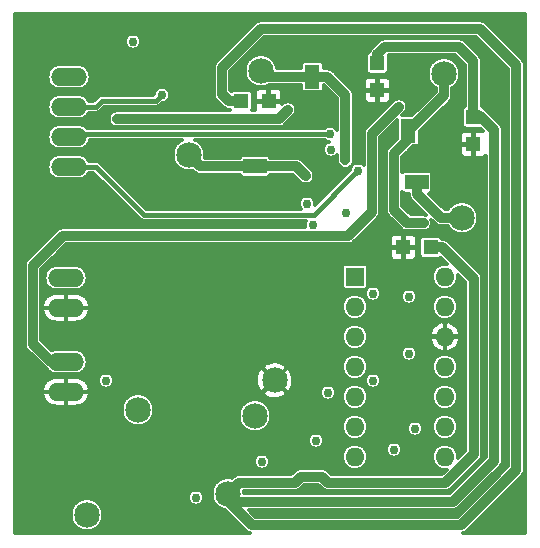
<source format=gbr>
G04 #@! TF.GenerationSoftware,KiCad,Pcbnew,(5.1.2)-2*
G04 #@! TF.CreationDate,2021-11-10T11:30:02-03:00*
G04 #@! TF.ProjectId,PC_V1.2,50435f56-312e-4322-9e6b-696361645f70,rev?*
G04 #@! TF.SameCoordinates,Original*
G04 #@! TF.FileFunction,Copper,L2,Bot*
G04 #@! TF.FilePolarity,Positive*
%FSLAX46Y46*%
G04 Gerber Fmt 4.6, Leading zero omitted, Abs format (unit mm)*
G04 Created by KiCad (PCBNEW (5.1.2)-2) date 2021-11-10 11:30:02*
%MOMM*%
%LPD*%
G04 APERTURE LIST*
%ADD10O,1.600000X1.600000*%
%ADD11R,1.600000X1.600000*%
%ADD12R,1.300000X1.300000*%
%ADD13R,2.000000X1.300000*%
%ADD14R,1.300000X2.000000*%
%ADD15C,2.159000*%
%ADD16O,3.048000X1.524000*%
%ADD17C,0.756400*%
%ADD18C,0.800000*%
%ADD19C,0.812800*%
%ADD20C,0.304800*%
%ADD21C,0.508000*%
%ADD22C,0.406400*%
G04 APERTURE END LIST*
D10*
X163320000Y-105250000D03*
X155700000Y-120490000D03*
X163320000Y-107790000D03*
X155700000Y-117950000D03*
X163320000Y-110330000D03*
X155700000Y-115410000D03*
X163320000Y-112870000D03*
X155700000Y-112870000D03*
X163320000Y-115410000D03*
X155700000Y-110330000D03*
X163320000Y-117950000D03*
X155700000Y-107790000D03*
X163320000Y-120490000D03*
D11*
X155700000Y-105250000D03*
D12*
X146091100Y-90404600D03*
X148391100Y-90404600D03*
D13*
X147241100Y-95904600D03*
D12*
X157611100Y-87178600D03*
X157611100Y-89478600D03*
D14*
X152111100Y-88328600D03*
D12*
X165739100Y-91750600D03*
X165739100Y-94050600D03*
D14*
X160239100Y-92900600D03*
D12*
X162107100Y-102762600D03*
X159807100Y-102762600D03*
D13*
X160957100Y-97262600D03*
D15*
X137335100Y-116522600D03*
X147241100Y-117030600D03*
X141653100Y-94932600D03*
X147749100Y-87820600D03*
X163243100Y-88074600D03*
X164767100Y-100266600D03*
X144955100Y-123634600D03*
X133017100Y-125412600D03*
D16*
X131239100Y-112458600D03*
X131239100Y-114998600D03*
X131239100Y-105346600D03*
X131239100Y-107886600D03*
X131493100Y-88328600D03*
X131493100Y-90868600D03*
X131493100Y-93408600D03*
X131493100Y-95948600D03*
D15*
X148900000Y-114025000D03*
D17*
X160274000Y-111760000D03*
X160274000Y-106934000D03*
X160782000Y-118110000D03*
X159004000Y-119888000D03*
X152400000Y-119126000D03*
X153416000Y-115062000D03*
X147828000Y-120904000D03*
X154940000Y-99822000D03*
X153670000Y-94488000D03*
X152146000Y-100838000D03*
X151638000Y-99060000D03*
X157226000Y-106680000D03*
X157226000Y-114046000D03*
X142240000Y-123952000D03*
X134620000Y-114046000D03*
X136906000Y-85344000D03*
X159433100Y-90868600D03*
X150035100Y-91122600D03*
X135557100Y-91884600D03*
X133017100Y-101790600D03*
X141653100Y-87312600D03*
X166037100Y-98742600D03*
X159179100Y-88836600D03*
X143431100Y-85280600D03*
X128953100Y-99250600D03*
X167815100Y-89852600D03*
X167053100Y-88582600D03*
X139621100Y-98488600D03*
X162227100Y-95694600D03*
X161211100Y-95694600D03*
X164005100Y-91122600D03*
X164513100Y-90106600D03*
X158925100Y-93408600D03*
X151305100Y-93916600D03*
X139621100Y-94170600D03*
X128191100Y-122872600D03*
X128191100Y-125412600D03*
X139113100Y-125412600D03*
X146225100Y-93916600D03*
X144701100Y-113474600D03*
X145463100Y-106362600D03*
X141145100Y-103822600D03*
X141653100Y-107124600D03*
X141907100Y-110172600D03*
X139113100Y-113220600D03*
X131239100Y-110172600D03*
X146225100Y-88836600D03*
X135049100Y-117030600D03*
X155369100Y-88328600D03*
X163497100Y-94170600D03*
X149019100Y-102806600D03*
X160274000Y-109474000D03*
X127683100Y-100520600D03*
X127429100Y-105092600D03*
X127429100Y-109918600D03*
X133017100Y-110172600D03*
X131239100Y-103568600D03*
X132509100Y-103568600D03*
X135049100Y-105854600D03*
X134795100Y-100012600D03*
X127429100Y-112712600D03*
X127429100Y-117030600D03*
X131239100Y-116522600D03*
X135049100Y-126428600D03*
X134955610Y-120840600D03*
X162456090Y-125237010D03*
X157129236Y-125237010D03*
X148003100Y-125237010D03*
X168437010Y-114973317D03*
X168437010Y-118250000D03*
X168437010Y-104330600D03*
X152146000Y-123190000D03*
X150157907Y-98519990D03*
X154820610Y-103060600D03*
X149220000Y-111600000D03*
X149040000Y-119150000D03*
X152620000Y-111510000D03*
X156972000Y-103124000D03*
X155877100Y-94296789D03*
X166370000Y-101854000D03*
X160274000Y-99060000D03*
X151559100Y-96710600D03*
D18*
X154905100Y-95396600D03*
D17*
X161512610Y-100687381D03*
X139367100Y-89852600D03*
X153591100Y-93154600D03*
X155956004Y-96266000D03*
D19*
X150035100Y-91122600D02*
X149273100Y-91884600D01*
X149273100Y-91884600D02*
X135557100Y-91884600D01*
X131239100Y-112458600D02*
X129969100Y-112458600D01*
X129969100Y-112458600D02*
X128445100Y-110934600D01*
X128445100Y-110934600D02*
X128445100Y-104330600D01*
X128445100Y-104330600D02*
X130985100Y-101790600D01*
X130985100Y-101790600D02*
X133017100Y-101790600D01*
X159433100Y-90868600D02*
X157147014Y-93154686D01*
X155115100Y-101790600D02*
X133551955Y-101790600D01*
X157147014Y-99758686D02*
X155115100Y-101790600D01*
X157147014Y-93154686D02*
X157147014Y-99758686D01*
X133551955Y-101790600D02*
X133017100Y-101790600D01*
D20*
X165739100Y-91750600D02*
X165859100Y-91630600D01*
D19*
X157611100Y-87178600D02*
X157611100Y-86416600D01*
X158239100Y-85788600D02*
X157611100Y-86416600D01*
X158239100Y-85788600D02*
X164513100Y-85788600D01*
X164513100Y-85788600D02*
X165739100Y-87014600D01*
X165739100Y-87014600D02*
X165739100Y-91750600D01*
X144701100Y-123990200D02*
X144701100Y-123888600D01*
X146985900Y-126275000D02*
X144701100Y-123990200D01*
X164700000Y-126275000D02*
X146985900Y-126275000D01*
X169375000Y-87348500D02*
X169375000Y-121600000D01*
X145075100Y-90404600D02*
X144447100Y-89776600D01*
X144701100Y-123888600D02*
X144955100Y-123634600D01*
X146091100Y-90404600D02*
X145075100Y-90404600D01*
X169375000Y-121600000D02*
X164700000Y-126275000D01*
X144447100Y-89776600D02*
X144447100Y-87566600D01*
X144447100Y-87566600D02*
X147749100Y-84264600D01*
X147749100Y-84264600D02*
X166291100Y-84264600D01*
X166291100Y-84264600D02*
X169375000Y-87348500D01*
X145620500Y-124300000D02*
X144955100Y-123634600D01*
X164025000Y-124300000D02*
X145620500Y-124300000D01*
X165859100Y-91630600D02*
X166291100Y-91630600D01*
X166291100Y-91630600D02*
X167500000Y-92839500D01*
X167500000Y-92839500D02*
X167500000Y-120825000D01*
X167500000Y-120825000D02*
X164025000Y-124300000D01*
X151130000Y-122174000D02*
X150622000Y-122682000D01*
X145907700Y-122682000D02*
X144955100Y-123634600D01*
X152908000Y-122174000D02*
X151130000Y-122174000D01*
X163112600Y-102762600D02*
X165775000Y-105425000D01*
X162107100Y-102762600D02*
X163112600Y-102762600D01*
X165775000Y-105425000D02*
X165775000Y-120275000D01*
X165775000Y-120275000D02*
X163368000Y-122682000D01*
X163368000Y-122682000D02*
X153416000Y-122682000D01*
X150622000Y-122682000D02*
X145907700Y-122682000D01*
X153416000Y-122682000D02*
X152908000Y-122174000D01*
X147241100Y-95904600D02*
X142625100Y-95904600D01*
X142625100Y-95904600D02*
X141653100Y-94932600D01*
X147241100Y-95904600D02*
X150753100Y-95904600D01*
X150753100Y-95904600D02*
X151559100Y-96710600D01*
X152111100Y-88328600D02*
X148257100Y-88328600D01*
X148257100Y-88328600D02*
X147749100Y-87820600D01*
X152111100Y-88328600D02*
X153381100Y-88328600D01*
X153381100Y-88328600D02*
X154905100Y-89852600D01*
X154905100Y-89852600D02*
X154905100Y-95396600D01*
X160239100Y-92900600D02*
X163243100Y-89896600D01*
X163243100Y-89896600D02*
X163243100Y-88074600D01*
D21*
X160239100Y-92900600D02*
X160239100Y-93618600D01*
D19*
X160239100Y-93618600D02*
X159004000Y-94853700D01*
X159004000Y-94853700D02*
X159004000Y-99568000D01*
X159004000Y-99568000D02*
X160123381Y-100687381D01*
X160123381Y-100687381D02*
X160977755Y-100687381D01*
X160977755Y-100687381D02*
X161512610Y-100687381D01*
X163004600Y-100266600D02*
X164767100Y-100266600D01*
X160957100Y-97262600D02*
X160957100Y-98219100D01*
X160957100Y-98219100D02*
X163004600Y-100266600D01*
D22*
X139367100Y-89852600D02*
X138859100Y-90360600D01*
X138859100Y-90360600D02*
X134287100Y-90360600D01*
X134287100Y-90360600D02*
X133779100Y-90868600D01*
X133779100Y-90868600D02*
X131493100Y-90868600D01*
X131493100Y-93408600D02*
X131747100Y-93154600D01*
X131747100Y-93154600D02*
X153591100Y-93154600D01*
X152209404Y-100012600D02*
X155577805Y-96644199D01*
X133779100Y-95948600D02*
X137843100Y-100012600D01*
X137843100Y-100012600D02*
X152209404Y-100012600D01*
X155577805Y-96644199D02*
X155956004Y-96266000D01*
X131493100Y-95948600D02*
X133779100Y-95948600D01*
D20*
G36*
X170107699Y-126963199D02*
G01*
X164881319Y-126963199D01*
X164973481Y-126935242D01*
X165097033Y-126869202D01*
X165205327Y-126780327D01*
X165227602Y-126753185D01*
X169853196Y-122127593D01*
X169880327Y-122105327D01*
X169902593Y-122078196D01*
X169902597Y-122078192D01*
X169969202Y-121997033D01*
X169983224Y-121970800D01*
X170035242Y-121873481D01*
X170075909Y-121739420D01*
X170086200Y-121634936D01*
X170086200Y-121634927D01*
X170089640Y-121600001D01*
X170086200Y-121565075D01*
X170086200Y-87383425D01*
X170089640Y-87348499D01*
X170086200Y-87313573D01*
X170086200Y-87313564D01*
X170075909Y-87209080D01*
X170035242Y-87075019D01*
X169969202Y-86951467D01*
X169944959Y-86921927D01*
X169902597Y-86870308D01*
X169902588Y-86870299D01*
X169880326Y-86843173D01*
X169853201Y-86820912D01*
X166818702Y-83786415D01*
X166796427Y-83759273D01*
X166688133Y-83670398D01*
X166564581Y-83604358D01*
X166430520Y-83563691D01*
X166326036Y-83553400D01*
X166326026Y-83553400D01*
X166291100Y-83549960D01*
X166256174Y-83553400D01*
X147784025Y-83553400D01*
X147749099Y-83549960D01*
X147714173Y-83553400D01*
X147714164Y-83553400D01*
X147609680Y-83563691D01*
X147475619Y-83604358D01*
X147352067Y-83670398D01*
X147243773Y-83759273D01*
X147221503Y-83786409D01*
X143968910Y-87039003D01*
X143941774Y-87061273D01*
X143919504Y-87088409D01*
X143919503Y-87088410D01*
X143852898Y-87169568D01*
X143829397Y-87213536D01*
X143786859Y-87293119D01*
X143748708Y-87418888D01*
X143746192Y-87427181D01*
X143732460Y-87566600D01*
X143735901Y-87601536D01*
X143735900Y-89741674D01*
X143732460Y-89776600D01*
X143735900Y-89811526D01*
X143735900Y-89811535D01*
X143746191Y-89916019D01*
X143786858Y-90050080D01*
X143852898Y-90173632D01*
X143941773Y-90281926D01*
X143968910Y-90304197D01*
X144547502Y-90882790D01*
X144569773Y-90909927D01*
X144678067Y-90998802D01*
X144801619Y-91064842D01*
X144935680Y-91105509D01*
X145040164Y-91115800D01*
X145040173Y-91115800D01*
X145075099Y-91119240D01*
X145110025Y-91115800D01*
X145141151Y-91115800D01*
X145158140Y-91171806D01*
X145158992Y-91173400D01*
X135522164Y-91173400D01*
X135417680Y-91183691D01*
X135283619Y-91224358D01*
X135160067Y-91290398D01*
X135051773Y-91379273D01*
X134962898Y-91487567D01*
X134896858Y-91611119D01*
X134856191Y-91745180D01*
X134842459Y-91884600D01*
X134856191Y-92024020D01*
X134896858Y-92158081D01*
X134962898Y-92281633D01*
X135051773Y-92389927D01*
X135160067Y-92478802D01*
X135283619Y-92544842D01*
X135417680Y-92585509D01*
X135522164Y-92595800D01*
X149238174Y-92595800D01*
X149273100Y-92599240D01*
X149308026Y-92595800D01*
X149308036Y-92595800D01*
X149412520Y-92585509D01*
X149546581Y-92544842D01*
X149670133Y-92478802D01*
X149778427Y-92389927D01*
X149800701Y-92362786D01*
X150562698Y-91600791D01*
X150629302Y-91519633D01*
X150695342Y-91396082D01*
X150736009Y-91262020D01*
X150749740Y-91122600D01*
X150736009Y-90983181D01*
X150695342Y-90849119D01*
X150629302Y-90725568D01*
X150540427Y-90617273D01*
X150432132Y-90528398D01*
X150308581Y-90462358D01*
X150174519Y-90421691D01*
X150035100Y-90407960D01*
X149895680Y-90421691D01*
X149761618Y-90462358D01*
X149638067Y-90528398D01*
X149556909Y-90595002D01*
X149548531Y-90603380D01*
X149548300Y-90556400D01*
X149421500Y-90429600D01*
X148416100Y-90429600D01*
X148416100Y-90449600D01*
X148366100Y-90449600D01*
X148366100Y-90429600D01*
X147360700Y-90429600D01*
X147233900Y-90556400D01*
X147231446Y-91054600D01*
X147241239Y-91154029D01*
X147247115Y-91173400D01*
X147023208Y-91173400D01*
X147024060Y-91171806D01*
X147041489Y-91114351D01*
X147047374Y-91054600D01*
X147047374Y-89754600D01*
X147231446Y-89754600D01*
X147233900Y-90252800D01*
X147360700Y-90379600D01*
X148366100Y-90379600D01*
X148366100Y-89374200D01*
X148416100Y-89374200D01*
X148416100Y-90379600D01*
X149421500Y-90379600D01*
X149548300Y-90252800D01*
X149550754Y-89754600D01*
X149540961Y-89655171D01*
X149511959Y-89559564D01*
X149464862Y-89471451D01*
X149401480Y-89394220D01*
X149324249Y-89330838D01*
X149236136Y-89283741D01*
X149140529Y-89254739D01*
X149041100Y-89244946D01*
X148542900Y-89247400D01*
X148416100Y-89374200D01*
X148366100Y-89374200D01*
X148239300Y-89247400D01*
X147741100Y-89244946D01*
X147641671Y-89254739D01*
X147546064Y-89283741D01*
X147457951Y-89330838D01*
X147380720Y-89394220D01*
X147317338Y-89471451D01*
X147270241Y-89559564D01*
X147241239Y-89655171D01*
X147231446Y-89754600D01*
X147047374Y-89754600D01*
X147041489Y-89694849D01*
X147024060Y-89637394D01*
X146995758Y-89584443D01*
X146957668Y-89538032D01*
X146911257Y-89499942D01*
X146858306Y-89471640D01*
X146800851Y-89454211D01*
X146741100Y-89448326D01*
X145441100Y-89448326D01*
X145381349Y-89454211D01*
X145323894Y-89471640D01*
X145270943Y-89499942D01*
X145224532Y-89538032D01*
X145219929Y-89543641D01*
X145158300Y-89482013D01*
X145158300Y-87861187D01*
X148043688Y-84975800D01*
X165996513Y-84975800D01*
X168663800Y-87643089D01*
X168663801Y-121305410D01*
X164405413Y-125563800D01*
X147280488Y-125563800D01*
X146727888Y-125011200D01*
X163990074Y-125011200D01*
X164025000Y-125014640D01*
X164059926Y-125011200D01*
X164059936Y-125011200D01*
X164164420Y-125000909D01*
X164298481Y-124960242D01*
X164422033Y-124894202D01*
X164530327Y-124805327D01*
X164552602Y-124778185D01*
X167978191Y-121352597D01*
X168005327Y-121330327D01*
X168094202Y-121222033D01*
X168160242Y-121098481D01*
X168200909Y-120964420D01*
X168211200Y-120859936D01*
X168211200Y-120859927D01*
X168214640Y-120825001D01*
X168211200Y-120790075D01*
X168211200Y-92874428D01*
X168214640Y-92839500D01*
X168211200Y-92804571D01*
X168211200Y-92804564D01*
X168200909Y-92700080D01*
X168175758Y-92617168D01*
X168160242Y-92566018D01*
X168094202Y-92442467D01*
X168027597Y-92361309D01*
X168027593Y-92361305D01*
X168005326Y-92334173D01*
X167978195Y-92311907D01*
X166818702Y-91152415D01*
X166796427Y-91125273D01*
X166688141Y-91036404D01*
X166672060Y-90983394D01*
X166643758Y-90930443D01*
X166605668Y-90884032D01*
X166559257Y-90845942D01*
X166506306Y-90817640D01*
X166450300Y-90800651D01*
X166450300Y-87049528D01*
X166453740Y-87014600D01*
X166450300Y-86979671D01*
X166450300Y-86979664D01*
X166440009Y-86875180D01*
X166399342Y-86741119D01*
X166333302Y-86617567D01*
X166313837Y-86593849D01*
X166266697Y-86536409D01*
X166266693Y-86536405D01*
X166244426Y-86509273D01*
X166217295Y-86487007D01*
X165040702Y-85310415D01*
X165018427Y-85283273D01*
X164910133Y-85194398D01*
X164786581Y-85128358D01*
X164652520Y-85087691D01*
X164548036Y-85077400D01*
X164548026Y-85077400D01*
X164513100Y-85073960D01*
X164478174Y-85077400D01*
X158274025Y-85077400D01*
X158239099Y-85073960D01*
X158204173Y-85077400D01*
X158204164Y-85077400D01*
X158099680Y-85087691D01*
X157965619Y-85128358D01*
X157842067Y-85194398D01*
X157733773Y-85283273D01*
X157711502Y-85310410D01*
X157132910Y-85889003D01*
X157105774Y-85911273D01*
X157083504Y-85938409D01*
X157083503Y-85938410D01*
X157016898Y-86019568D01*
X156994174Y-86062082D01*
X156950859Y-86143119D01*
X156925776Y-86225805D01*
X156901349Y-86228211D01*
X156843894Y-86245640D01*
X156790943Y-86273942D01*
X156744532Y-86312032D01*
X156706442Y-86358443D01*
X156678140Y-86411394D01*
X156660711Y-86468849D01*
X156654826Y-86528600D01*
X156654826Y-87828600D01*
X156660711Y-87888351D01*
X156678140Y-87945806D01*
X156706442Y-87998757D01*
X156744532Y-88045168D01*
X156790943Y-88083258D01*
X156843894Y-88111560D01*
X156901349Y-88128989D01*
X156961100Y-88134874D01*
X158261100Y-88134874D01*
X158320851Y-88128989D01*
X158378306Y-88111560D01*
X158431257Y-88083258D01*
X158477668Y-88045168D01*
X158515758Y-87998757D01*
X158544060Y-87945806D01*
X158561489Y-87888351D01*
X158567374Y-87828600D01*
X158567374Y-86528600D01*
X158564537Y-86499800D01*
X164218513Y-86499800D01*
X165027900Y-87309188D01*
X165027901Y-90800650D01*
X164971894Y-90817640D01*
X164918943Y-90845942D01*
X164872532Y-90884032D01*
X164834442Y-90930443D01*
X164806140Y-90983394D01*
X164788711Y-91040849D01*
X164782826Y-91100600D01*
X164782826Y-92400600D01*
X164788711Y-92460351D01*
X164806140Y-92517806D01*
X164834442Y-92570757D01*
X164872532Y-92617168D01*
X164918943Y-92655258D01*
X164971894Y-92683560D01*
X165029349Y-92700989D01*
X165089100Y-92706874D01*
X166361587Y-92706874D01*
X166584818Y-92930105D01*
X166584136Y-92929741D01*
X166488529Y-92900739D01*
X166389100Y-92890946D01*
X165890900Y-92893400D01*
X165764100Y-93020200D01*
X165764100Y-94025600D01*
X165784100Y-94025600D01*
X165784100Y-94075600D01*
X165764100Y-94075600D01*
X165764100Y-95081000D01*
X165890900Y-95207800D01*
X166389100Y-95210254D01*
X166488529Y-95200461D01*
X166584136Y-95171459D01*
X166672249Y-95124362D01*
X166749480Y-95060980D01*
X166788800Y-95013068D01*
X166788801Y-120530411D01*
X163730413Y-123588800D01*
X146339400Y-123588800D01*
X146339400Y-123498258D01*
X146318503Y-123393200D01*
X150587074Y-123393200D01*
X150622000Y-123396640D01*
X150656926Y-123393200D01*
X150656936Y-123393200D01*
X150761420Y-123382909D01*
X150895481Y-123342242D01*
X151019033Y-123276202D01*
X151127327Y-123187327D01*
X151149601Y-123160186D01*
X151424588Y-122885200D01*
X152613412Y-122885200D01*
X152888407Y-123160195D01*
X152910673Y-123187327D01*
X152937804Y-123209593D01*
X152937808Y-123209597D01*
X153003764Y-123263726D01*
X153018967Y-123276202D01*
X153142519Y-123342242D01*
X153276580Y-123382909D01*
X153381064Y-123393200D01*
X153381081Y-123393200D01*
X153415999Y-123396639D01*
X153450917Y-123393200D01*
X163333074Y-123393200D01*
X163368000Y-123396640D01*
X163402926Y-123393200D01*
X163402936Y-123393200D01*
X163507420Y-123382909D01*
X163641481Y-123342242D01*
X163765033Y-123276202D01*
X163873327Y-123187327D01*
X163895602Y-123160185D01*
X166253191Y-120802597D01*
X166280327Y-120780327D01*
X166369202Y-120672033D01*
X166435242Y-120548481D01*
X166475909Y-120414420D01*
X166486200Y-120309936D01*
X166486200Y-120309927D01*
X166489640Y-120275001D01*
X166486200Y-120240075D01*
X166486200Y-105459925D01*
X166489640Y-105424999D01*
X166486200Y-105390073D01*
X166486200Y-105390064D01*
X166475909Y-105285580D01*
X166435242Y-105151519D01*
X166369202Y-105027967D01*
X166338733Y-104990841D01*
X166302597Y-104946809D01*
X166302593Y-104946805D01*
X166280326Y-104919673D01*
X166253195Y-104897407D01*
X163640202Y-102284415D01*
X163617927Y-102257273D01*
X163509633Y-102168398D01*
X163386081Y-102102358D01*
X163252020Y-102061691D01*
X163147536Y-102051400D01*
X163147526Y-102051400D01*
X163112600Y-102047960D01*
X163077674Y-102051400D01*
X163057049Y-102051400D01*
X163040060Y-101995394D01*
X163011758Y-101942443D01*
X162973668Y-101896032D01*
X162927257Y-101857942D01*
X162874306Y-101829640D01*
X162816851Y-101812211D01*
X162757100Y-101806326D01*
X161457100Y-101806326D01*
X161397349Y-101812211D01*
X161339894Y-101829640D01*
X161286943Y-101857942D01*
X161240532Y-101896032D01*
X161202442Y-101942443D01*
X161174140Y-101995394D01*
X161156711Y-102052849D01*
X161150826Y-102112600D01*
X161150826Y-103412600D01*
X161156711Y-103472351D01*
X161174140Y-103529806D01*
X161202442Y-103582757D01*
X161240532Y-103629168D01*
X161286943Y-103667258D01*
X161339894Y-103695560D01*
X161397349Y-103712989D01*
X161457100Y-103718874D01*
X162757100Y-103718874D01*
X162816851Y-103712989D01*
X162874306Y-103695560D01*
X162927257Y-103667258D01*
X162973510Y-103629297D01*
X163501992Y-104157780D01*
X163374269Y-104145200D01*
X163265731Y-104145200D01*
X163103421Y-104161186D01*
X162895166Y-104224360D01*
X162703236Y-104326948D01*
X162535009Y-104465009D01*
X162396948Y-104633236D01*
X162294360Y-104825166D01*
X162231186Y-105033421D01*
X162209855Y-105250000D01*
X162231186Y-105466579D01*
X162294360Y-105674834D01*
X162396948Y-105866764D01*
X162535009Y-106034991D01*
X162703236Y-106173052D01*
X162895166Y-106275640D01*
X163103421Y-106338814D01*
X163265731Y-106354800D01*
X163374269Y-106354800D01*
X163536579Y-106338814D01*
X163744834Y-106275640D01*
X163936764Y-106173052D01*
X164104991Y-106034991D01*
X164243052Y-105866764D01*
X164345640Y-105674834D01*
X164408814Y-105466579D01*
X164430145Y-105250000D01*
X164412221Y-105068008D01*
X165063800Y-105719588D01*
X165063801Y-119980411D01*
X164416591Y-120627622D01*
X164430145Y-120490000D01*
X164408814Y-120273421D01*
X164345640Y-120065166D01*
X164243052Y-119873236D01*
X164104991Y-119705009D01*
X163936764Y-119566948D01*
X163744834Y-119464360D01*
X163536579Y-119401186D01*
X163374269Y-119385200D01*
X163265731Y-119385200D01*
X163103421Y-119401186D01*
X162895166Y-119464360D01*
X162703236Y-119566948D01*
X162535009Y-119705009D01*
X162396948Y-119873236D01*
X162294360Y-120065166D01*
X162231186Y-120273421D01*
X162209855Y-120490000D01*
X162231186Y-120706579D01*
X162294360Y-120914834D01*
X162396948Y-121106764D01*
X162535009Y-121274991D01*
X162703236Y-121413052D01*
X162895166Y-121515640D01*
X163103421Y-121578814D01*
X163265731Y-121594800D01*
X163374269Y-121594800D01*
X163457622Y-121586590D01*
X163073413Y-121970800D01*
X153710588Y-121970800D01*
X153435601Y-121695814D01*
X153413327Y-121668673D01*
X153305033Y-121579798D01*
X153181481Y-121513758D01*
X153047420Y-121473091D01*
X152942936Y-121462800D01*
X152942926Y-121462800D01*
X152908000Y-121459360D01*
X152873074Y-121462800D01*
X151164917Y-121462800D01*
X151129999Y-121459361D01*
X151095081Y-121462800D01*
X151095064Y-121462800D01*
X150990580Y-121473091D01*
X150856519Y-121513758D01*
X150732967Y-121579798D01*
X150732965Y-121579799D01*
X150732966Y-121579799D01*
X150651808Y-121646403D01*
X150651804Y-121646407D01*
X150624673Y-121668673D01*
X150602407Y-121695805D01*
X150327412Y-121970800D01*
X145942628Y-121970800D01*
X145907700Y-121967360D01*
X145872771Y-121970800D01*
X145872764Y-121970800D01*
X145768280Y-121981091D01*
X145634219Y-122021758D01*
X145510667Y-122087798D01*
X145402373Y-122176673D01*
X145380104Y-122203808D01*
X145293433Y-122290479D01*
X145091442Y-122250300D01*
X144818758Y-122250300D01*
X144551315Y-122303498D01*
X144299388Y-122407849D01*
X144072660Y-122559344D01*
X143879844Y-122752160D01*
X143728349Y-122978888D01*
X143623998Y-123230815D01*
X143570800Y-123498258D01*
X143570800Y-123770942D01*
X143623998Y-124038385D01*
X143728349Y-124290312D01*
X143879844Y-124517040D01*
X144072660Y-124709856D01*
X144299388Y-124861351D01*
X144551315Y-124965702D01*
X144700487Y-124995374D01*
X146458303Y-126753191D01*
X146480573Y-126780327D01*
X146588867Y-126869202D01*
X146712419Y-126935242D01*
X146804581Y-126963199D01*
X126894501Y-126963199D01*
X126894501Y-125276258D01*
X131632800Y-125276258D01*
X131632800Y-125548942D01*
X131685998Y-125816385D01*
X131790349Y-126068312D01*
X131941844Y-126295040D01*
X132134660Y-126487856D01*
X132361388Y-126639351D01*
X132613315Y-126743702D01*
X132880758Y-126796900D01*
X133153442Y-126796900D01*
X133420885Y-126743702D01*
X133672812Y-126639351D01*
X133899540Y-126487856D01*
X134092356Y-126295040D01*
X134243851Y-126068312D01*
X134348202Y-125816385D01*
X134401400Y-125548942D01*
X134401400Y-125276258D01*
X134348202Y-125008815D01*
X134243851Y-124756888D01*
X134092356Y-124530160D01*
X133899540Y-124337344D01*
X133672812Y-124185849D01*
X133420885Y-124081498D01*
X133153442Y-124028300D01*
X132880758Y-124028300D01*
X132613315Y-124081498D01*
X132361388Y-124185849D01*
X132134660Y-124337344D01*
X131941844Y-124530160D01*
X131790349Y-124756888D01*
X131685998Y-125008815D01*
X131632800Y-125276258D01*
X126894501Y-125276258D01*
X126894501Y-123884730D01*
X141557000Y-123884730D01*
X141557000Y-124019270D01*
X141583247Y-124151224D01*
X141634733Y-124275522D01*
X141709479Y-124387387D01*
X141804613Y-124482521D01*
X141916478Y-124557267D01*
X142040776Y-124608753D01*
X142172730Y-124635000D01*
X142307270Y-124635000D01*
X142439224Y-124608753D01*
X142563522Y-124557267D01*
X142675387Y-124482521D01*
X142770521Y-124387387D01*
X142845267Y-124275522D01*
X142896753Y-124151224D01*
X142923000Y-124019270D01*
X142923000Y-123884730D01*
X142896753Y-123752776D01*
X142845267Y-123628478D01*
X142770521Y-123516613D01*
X142675387Y-123421479D01*
X142563522Y-123346733D01*
X142439224Y-123295247D01*
X142307270Y-123269000D01*
X142172730Y-123269000D01*
X142040776Y-123295247D01*
X141916478Y-123346733D01*
X141804613Y-123421479D01*
X141709479Y-123516613D01*
X141634733Y-123628478D01*
X141583247Y-123752776D01*
X141557000Y-123884730D01*
X126894501Y-123884730D01*
X126894501Y-120836730D01*
X147145000Y-120836730D01*
X147145000Y-120971270D01*
X147171247Y-121103224D01*
X147222733Y-121227522D01*
X147297479Y-121339387D01*
X147392613Y-121434521D01*
X147504478Y-121509267D01*
X147628776Y-121560753D01*
X147760730Y-121587000D01*
X147895270Y-121587000D01*
X148027224Y-121560753D01*
X148151522Y-121509267D01*
X148263387Y-121434521D01*
X148358521Y-121339387D01*
X148433267Y-121227522D01*
X148484753Y-121103224D01*
X148511000Y-120971270D01*
X148511000Y-120836730D01*
X148484753Y-120704776D01*
X148433267Y-120580478D01*
X148372812Y-120490000D01*
X154589855Y-120490000D01*
X154611186Y-120706579D01*
X154674360Y-120914834D01*
X154776948Y-121106764D01*
X154915009Y-121274991D01*
X155083236Y-121413052D01*
X155275166Y-121515640D01*
X155483421Y-121578814D01*
X155645731Y-121594800D01*
X155754269Y-121594800D01*
X155916579Y-121578814D01*
X156124834Y-121515640D01*
X156316764Y-121413052D01*
X156484991Y-121274991D01*
X156623052Y-121106764D01*
X156725640Y-120914834D01*
X156788814Y-120706579D01*
X156810145Y-120490000D01*
X156788814Y-120273421D01*
X156725640Y-120065166D01*
X156623052Y-119873236D01*
X156579962Y-119820730D01*
X158321000Y-119820730D01*
X158321000Y-119955270D01*
X158347247Y-120087224D01*
X158398733Y-120211522D01*
X158473479Y-120323387D01*
X158568613Y-120418521D01*
X158680478Y-120493267D01*
X158804776Y-120544753D01*
X158936730Y-120571000D01*
X159071270Y-120571000D01*
X159203224Y-120544753D01*
X159327522Y-120493267D01*
X159439387Y-120418521D01*
X159534521Y-120323387D01*
X159609267Y-120211522D01*
X159660753Y-120087224D01*
X159687000Y-119955270D01*
X159687000Y-119820730D01*
X159660753Y-119688776D01*
X159609267Y-119564478D01*
X159534521Y-119452613D01*
X159439387Y-119357479D01*
X159327522Y-119282733D01*
X159203224Y-119231247D01*
X159071270Y-119205000D01*
X158936730Y-119205000D01*
X158804776Y-119231247D01*
X158680478Y-119282733D01*
X158568613Y-119357479D01*
X158473479Y-119452613D01*
X158398733Y-119564478D01*
X158347247Y-119688776D01*
X158321000Y-119820730D01*
X156579962Y-119820730D01*
X156484991Y-119705009D01*
X156316764Y-119566948D01*
X156124834Y-119464360D01*
X155916579Y-119401186D01*
X155754269Y-119385200D01*
X155645731Y-119385200D01*
X155483421Y-119401186D01*
X155275166Y-119464360D01*
X155083236Y-119566948D01*
X154915009Y-119705009D01*
X154776948Y-119873236D01*
X154674360Y-120065166D01*
X154611186Y-120273421D01*
X154589855Y-120490000D01*
X148372812Y-120490000D01*
X148358521Y-120468613D01*
X148263387Y-120373479D01*
X148151522Y-120298733D01*
X148027224Y-120247247D01*
X147895270Y-120221000D01*
X147760730Y-120221000D01*
X147628776Y-120247247D01*
X147504478Y-120298733D01*
X147392613Y-120373479D01*
X147297479Y-120468613D01*
X147222733Y-120580478D01*
X147171247Y-120704776D01*
X147145000Y-120836730D01*
X126894501Y-120836730D01*
X126894501Y-119058730D01*
X151717000Y-119058730D01*
X151717000Y-119193270D01*
X151743247Y-119325224D01*
X151794733Y-119449522D01*
X151869479Y-119561387D01*
X151964613Y-119656521D01*
X152076478Y-119731267D01*
X152200776Y-119782753D01*
X152332730Y-119809000D01*
X152467270Y-119809000D01*
X152599224Y-119782753D01*
X152723522Y-119731267D01*
X152835387Y-119656521D01*
X152930521Y-119561387D01*
X153005267Y-119449522D01*
X153056753Y-119325224D01*
X153083000Y-119193270D01*
X153083000Y-119058730D01*
X153056753Y-118926776D01*
X153005267Y-118802478D01*
X152930521Y-118690613D01*
X152835387Y-118595479D01*
X152723522Y-118520733D01*
X152599224Y-118469247D01*
X152467270Y-118443000D01*
X152332730Y-118443000D01*
X152200776Y-118469247D01*
X152076478Y-118520733D01*
X151964613Y-118595479D01*
X151869479Y-118690613D01*
X151794733Y-118802478D01*
X151743247Y-118926776D01*
X151717000Y-119058730D01*
X126894501Y-119058730D01*
X126894501Y-116386258D01*
X135950800Y-116386258D01*
X135950800Y-116658942D01*
X136003998Y-116926385D01*
X136108349Y-117178312D01*
X136259844Y-117405040D01*
X136452660Y-117597856D01*
X136679388Y-117749351D01*
X136931315Y-117853702D01*
X137198758Y-117906900D01*
X137471442Y-117906900D01*
X137738885Y-117853702D01*
X137990812Y-117749351D01*
X138217540Y-117597856D01*
X138410356Y-117405040D01*
X138561851Y-117178312D01*
X138666202Y-116926385D01*
X138672592Y-116894258D01*
X145856800Y-116894258D01*
X145856800Y-117166942D01*
X145909998Y-117434385D01*
X146014349Y-117686312D01*
X146165844Y-117913040D01*
X146358660Y-118105856D01*
X146585388Y-118257351D01*
X146837315Y-118361702D01*
X147104758Y-118414900D01*
X147377442Y-118414900D01*
X147644885Y-118361702D01*
X147896812Y-118257351D01*
X148123540Y-118105856D01*
X148279396Y-117950000D01*
X154589855Y-117950000D01*
X154611186Y-118166579D01*
X154674360Y-118374834D01*
X154776948Y-118566764D01*
X154915009Y-118734991D01*
X155083236Y-118873052D01*
X155275166Y-118975640D01*
X155483421Y-119038814D01*
X155645731Y-119054800D01*
X155754269Y-119054800D01*
X155916579Y-119038814D01*
X156124834Y-118975640D01*
X156316764Y-118873052D01*
X156484991Y-118734991D01*
X156623052Y-118566764D01*
X156725640Y-118374834D01*
X156788814Y-118166579D01*
X156801011Y-118042730D01*
X160099000Y-118042730D01*
X160099000Y-118177270D01*
X160125247Y-118309224D01*
X160176733Y-118433522D01*
X160251479Y-118545387D01*
X160346613Y-118640521D01*
X160458478Y-118715267D01*
X160582776Y-118766753D01*
X160714730Y-118793000D01*
X160849270Y-118793000D01*
X160981224Y-118766753D01*
X161105522Y-118715267D01*
X161217387Y-118640521D01*
X161312521Y-118545387D01*
X161387267Y-118433522D01*
X161438753Y-118309224D01*
X161465000Y-118177270D01*
X161465000Y-118042730D01*
X161446556Y-117950000D01*
X162209855Y-117950000D01*
X162231186Y-118166579D01*
X162294360Y-118374834D01*
X162396948Y-118566764D01*
X162535009Y-118734991D01*
X162703236Y-118873052D01*
X162895166Y-118975640D01*
X163103421Y-119038814D01*
X163265731Y-119054800D01*
X163374269Y-119054800D01*
X163536579Y-119038814D01*
X163744834Y-118975640D01*
X163936764Y-118873052D01*
X164104991Y-118734991D01*
X164243052Y-118566764D01*
X164345640Y-118374834D01*
X164408814Y-118166579D01*
X164430145Y-117950000D01*
X164408814Y-117733421D01*
X164345640Y-117525166D01*
X164243052Y-117333236D01*
X164104991Y-117165009D01*
X163936764Y-117026948D01*
X163744834Y-116924360D01*
X163536579Y-116861186D01*
X163374269Y-116845200D01*
X163265731Y-116845200D01*
X163103421Y-116861186D01*
X162895166Y-116924360D01*
X162703236Y-117026948D01*
X162535009Y-117165009D01*
X162396948Y-117333236D01*
X162294360Y-117525166D01*
X162231186Y-117733421D01*
X162209855Y-117950000D01*
X161446556Y-117950000D01*
X161438753Y-117910776D01*
X161387267Y-117786478D01*
X161312521Y-117674613D01*
X161217387Y-117579479D01*
X161105522Y-117504733D01*
X160981224Y-117453247D01*
X160849270Y-117427000D01*
X160714730Y-117427000D01*
X160582776Y-117453247D01*
X160458478Y-117504733D01*
X160346613Y-117579479D01*
X160251479Y-117674613D01*
X160176733Y-117786478D01*
X160125247Y-117910776D01*
X160099000Y-118042730D01*
X156801011Y-118042730D01*
X156810145Y-117950000D01*
X156788814Y-117733421D01*
X156725640Y-117525166D01*
X156623052Y-117333236D01*
X156484991Y-117165009D01*
X156316764Y-117026948D01*
X156124834Y-116924360D01*
X155916579Y-116861186D01*
X155754269Y-116845200D01*
X155645731Y-116845200D01*
X155483421Y-116861186D01*
X155275166Y-116924360D01*
X155083236Y-117026948D01*
X154915009Y-117165009D01*
X154776948Y-117333236D01*
X154674360Y-117525166D01*
X154611186Y-117733421D01*
X154589855Y-117950000D01*
X148279396Y-117950000D01*
X148316356Y-117913040D01*
X148467851Y-117686312D01*
X148572202Y-117434385D01*
X148625400Y-117166942D01*
X148625400Y-116894258D01*
X148572202Y-116626815D01*
X148467851Y-116374888D01*
X148316356Y-116148160D01*
X148123540Y-115955344D01*
X147896812Y-115803849D01*
X147644885Y-115699498D01*
X147377442Y-115646300D01*
X147104758Y-115646300D01*
X146837315Y-115699498D01*
X146585388Y-115803849D01*
X146358660Y-115955344D01*
X146165844Y-116148160D01*
X146014349Y-116374888D01*
X145909998Y-116626815D01*
X145856800Y-116894258D01*
X138672592Y-116894258D01*
X138719400Y-116658942D01*
X138719400Y-116386258D01*
X138666202Y-116118815D01*
X138561851Y-115866888D01*
X138410356Y-115640160D01*
X138217540Y-115447344D01*
X137990812Y-115295849D01*
X137738885Y-115191498D01*
X137471442Y-115138300D01*
X137198758Y-115138300D01*
X136931315Y-115191498D01*
X136679388Y-115295849D01*
X136452660Y-115447344D01*
X136259844Y-115640160D01*
X136108349Y-115866888D01*
X136003998Y-116118815D01*
X135950800Y-116386258D01*
X126894501Y-116386258D01*
X126894501Y-115221800D01*
X129227680Y-115221800D01*
X129294946Y-115461204D01*
X129407910Y-115682942D01*
X129561963Y-115878381D01*
X129751184Y-116040011D01*
X129968302Y-116161620D01*
X130204972Y-116238535D01*
X130452100Y-116267800D01*
X131214100Y-116267800D01*
X131214100Y-115023600D01*
X131264100Y-115023600D01*
X131264100Y-116267800D01*
X132026100Y-116267800D01*
X132273228Y-116238535D01*
X132509898Y-116161620D01*
X132727016Y-116040011D01*
X132916237Y-115878381D01*
X133070290Y-115682942D01*
X133183254Y-115461204D01*
X133250520Y-115221800D01*
X133173899Y-115080261D01*
X147880095Y-115080261D01*
X147983189Y-115329414D01*
X148255284Y-115483211D01*
X148552155Y-115580969D01*
X148862393Y-115618933D01*
X149174077Y-115595643D01*
X149475228Y-115511994D01*
X149754273Y-115371200D01*
X149816811Y-115329414D01*
X149919905Y-115080261D01*
X148900000Y-114060355D01*
X147880095Y-115080261D01*
X133173899Y-115080261D01*
X133143226Y-115023600D01*
X131264100Y-115023600D01*
X131214100Y-115023600D01*
X129334974Y-115023600D01*
X129227680Y-115221800D01*
X126894501Y-115221800D01*
X126894501Y-114775400D01*
X129227680Y-114775400D01*
X129334974Y-114973600D01*
X131214100Y-114973600D01*
X131214100Y-113729400D01*
X131264100Y-113729400D01*
X131264100Y-114973600D01*
X133143226Y-114973600D01*
X133250520Y-114775400D01*
X133183254Y-114535996D01*
X133070290Y-114314258D01*
X132916237Y-114118819D01*
X132752235Y-113978730D01*
X133937000Y-113978730D01*
X133937000Y-114113270D01*
X133963247Y-114245224D01*
X134014733Y-114369522D01*
X134089479Y-114481387D01*
X134184613Y-114576521D01*
X134296478Y-114651267D01*
X134420776Y-114702753D01*
X134552730Y-114729000D01*
X134687270Y-114729000D01*
X134819224Y-114702753D01*
X134943522Y-114651267D01*
X135055387Y-114576521D01*
X135150521Y-114481387D01*
X135225267Y-114369522D01*
X135276753Y-114245224D01*
X135303000Y-114113270D01*
X135303000Y-113987393D01*
X147306067Y-113987393D01*
X147329357Y-114299077D01*
X147413006Y-114600228D01*
X147553800Y-114879273D01*
X147595586Y-114941811D01*
X147844739Y-115044905D01*
X148864645Y-114025000D01*
X148935355Y-114025000D01*
X149955261Y-115044905D01*
X150076521Y-114994730D01*
X152733000Y-114994730D01*
X152733000Y-115129270D01*
X152759247Y-115261224D01*
X152810733Y-115385522D01*
X152885479Y-115497387D01*
X152980613Y-115592521D01*
X153092478Y-115667267D01*
X153216776Y-115718753D01*
X153348730Y-115745000D01*
X153483270Y-115745000D01*
X153615224Y-115718753D01*
X153739522Y-115667267D01*
X153851387Y-115592521D01*
X153946521Y-115497387D01*
X154004911Y-115410000D01*
X154589855Y-115410000D01*
X154611186Y-115626579D01*
X154674360Y-115834834D01*
X154776948Y-116026764D01*
X154915009Y-116194991D01*
X155083236Y-116333052D01*
X155275166Y-116435640D01*
X155483421Y-116498814D01*
X155645731Y-116514800D01*
X155754269Y-116514800D01*
X155916579Y-116498814D01*
X156124834Y-116435640D01*
X156316764Y-116333052D01*
X156484991Y-116194991D01*
X156623052Y-116026764D01*
X156725640Y-115834834D01*
X156788814Y-115626579D01*
X156810145Y-115410000D01*
X162209855Y-115410000D01*
X162231186Y-115626579D01*
X162294360Y-115834834D01*
X162396948Y-116026764D01*
X162535009Y-116194991D01*
X162703236Y-116333052D01*
X162895166Y-116435640D01*
X163103421Y-116498814D01*
X163265731Y-116514800D01*
X163374269Y-116514800D01*
X163536579Y-116498814D01*
X163744834Y-116435640D01*
X163936764Y-116333052D01*
X164104991Y-116194991D01*
X164243052Y-116026764D01*
X164345640Y-115834834D01*
X164408814Y-115626579D01*
X164430145Y-115410000D01*
X164408814Y-115193421D01*
X164345640Y-114985166D01*
X164243052Y-114793236D01*
X164104991Y-114625009D01*
X163936764Y-114486948D01*
X163744834Y-114384360D01*
X163536579Y-114321186D01*
X163374269Y-114305200D01*
X163265731Y-114305200D01*
X163103421Y-114321186D01*
X162895166Y-114384360D01*
X162703236Y-114486948D01*
X162535009Y-114625009D01*
X162396948Y-114793236D01*
X162294360Y-114985166D01*
X162231186Y-115193421D01*
X162209855Y-115410000D01*
X156810145Y-115410000D01*
X156788814Y-115193421D01*
X156725640Y-114985166D01*
X156623052Y-114793236D01*
X156484991Y-114625009D01*
X156316764Y-114486948D01*
X156124834Y-114384360D01*
X155916579Y-114321186D01*
X155754269Y-114305200D01*
X155645731Y-114305200D01*
X155483421Y-114321186D01*
X155275166Y-114384360D01*
X155083236Y-114486948D01*
X154915009Y-114625009D01*
X154776948Y-114793236D01*
X154674360Y-114985166D01*
X154611186Y-115193421D01*
X154589855Y-115410000D01*
X154004911Y-115410000D01*
X154021267Y-115385522D01*
X154072753Y-115261224D01*
X154099000Y-115129270D01*
X154099000Y-114994730D01*
X154072753Y-114862776D01*
X154021267Y-114738478D01*
X153946521Y-114626613D01*
X153851387Y-114531479D01*
X153739522Y-114456733D01*
X153615224Y-114405247D01*
X153483270Y-114379000D01*
X153348730Y-114379000D01*
X153216776Y-114405247D01*
X153092478Y-114456733D01*
X152980613Y-114531479D01*
X152885479Y-114626613D01*
X152810733Y-114738478D01*
X152759247Y-114862776D01*
X152733000Y-114994730D01*
X150076521Y-114994730D01*
X150204414Y-114941811D01*
X150358211Y-114669716D01*
X150455969Y-114372845D01*
X150493933Y-114062607D01*
X150487666Y-113978730D01*
X156543000Y-113978730D01*
X156543000Y-114113270D01*
X156569247Y-114245224D01*
X156620733Y-114369522D01*
X156695479Y-114481387D01*
X156790613Y-114576521D01*
X156902478Y-114651267D01*
X157026776Y-114702753D01*
X157158730Y-114729000D01*
X157293270Y-114729000D01*
X157425224Y-114702753D01*
X157549522Y-114651267D01*
X157661387Y-114576521D01*
X157756521Y-114481387D01*
X157831267Y-114369522D01*
X157882753Y-114245224D01*
X157909000Y-114113270D01*
X157909000Y-113978730D01*
X157882753Y-113846776D01*
X157831267Y-113722478D01*
X157756521Y-113610613D01*
X157661387Y-113515479D01*
X157549522Y-113440733D01*
X157425224Y-113389247D01*
X157293270Y-113363000D01*
X157158730Y-113363000D01*
X157026776Y-113389247D01*
X156902478Y-113440733D01*
X156790613Y-113515479D01*
X156695479Y-113610613D01*
X156620733Y-113722478D01*
X156569247Y-113846776D01*
X156543000Y-113978730D01*
X150487666Y-113978730D01*
X150470643Y-113750923D01*
X150386994Y-113449772D01*
X150246200Y-113170727D01*
X150204414Y-113108189D01*
X149955261Y-113005095D01*
X148935355Y-114025000D01*
X148864645Y-114025000D01*
X147844739Y-113005095D01*
X147595586Y-113108189D01*
X147441789Y-113380284D01*
X147344031Y-113677155D01*
X147306067Y-113987393D01*
X135303000Y-113987393D01*
X135303000Y-113978730D01*
X135276753Y-113846776D01*
X135225267Y-113722478D01*
X135150521Y-113610613D01*
X135055387Y-113515479D01*
X134943522Y-113440733D01*
X134819224Y-113389247D01*
X134687270Y-113363000D01*
X134552730Y-113363000D01*
X134420776Y-113389247D01*
X134296478Y-113440733D01*
X134184613Y-113515479D01*
X134089479Y-113610613D01*
X134014733Y-113722478D01*
X133963247Y-113846776D01*
X133937000Y-113978730D01*
X132752235Y-113978730D01*
X132727016Y-113957189D01*
X132509898Y-113835580D01*
X132273228Y-113758665D01*
X132026100Y-113729400D01*
X131264100Y-113729400D01*
X131214100Y-113729400D01*
X130452100Y-113729400D01*
X130204972Y-113758665D01*
X129968302Y-113835580D01*
X129751184Y-113957189D01*
X129561963Y-114118819D01*
X129407910Y-114314258D01*
X129294946Y-114535996D01*
X129227680Y-114775400D01*
X126894501Y-114775400D01*
X126894501Y-104330600D01*
X127730460Y-104330600D01*
X127733901Y-104365536D01*
X127733900Y-110899674D01*
X127730460Y-110934600D01*
X127733900Y-110969526D01*
X127733900Y-110969535D01*
X127744191Y-111074019D01*
X127784858Y-111208080D01*
X127850898Y-111331632D01*
X127939773Y-111439926D01*
X127966910Y-111462197D01*
X129441507Y-112936796D01*
X129463773Y-112963927D01*
X129490904Y-112986193D01*
X129490908Y-112986197D01*
X129572066Y-113052802D01*
X129594556Y-113064823D01*
X129719109Y-113216591D01*
X129881550Y-113349903D01*
X130066878Y-113448963D01*
X130267971Y-113509964D01*
X130424698Y-113525400D01*
X132053502Y-113525400D01*
X132210229Y-113509964D01*
X132411322Y-113448963D01*
X132596650Y-113349903D01*
X132759091Y-113216591D01*
X132892403Y-113054150D01*
X132937521Y-112969739D01*
X147880095Y-112969739D01*
X148900000Y-113989645D01*
X149919905Y-112969739D01*
X149878636Y-112870000D01*
X154589855Y-112870000D01*
X154611186Y-113086579D01*
X154674360Y-113294834D01*
X154776948Y-113486764D01*
X154915009Y-113654991D01*
X155083236Y-113793052D01*
X155275166Y-113895640D01*
X155483421Y-113958814D01*
X155645731Y-113974800D01*
X155754269Y-113974800D01*
X155916579Y-113958814D01*
X156124834Y-113895640D01*
X156316764Y-113793052D01*
X156484991Y-113654991D01*
X156623052Y-113486764D01*
X156725640Y-113294834D01*
X156788814Y-113086579D01*
X156810145Y-112870000D01*
X162209855Y-112870000D01*
X162231186Y-113086579D01*
X162294360Y-113294834D01*
X162396948Y-113486764D01*
X162535009Y-113654991D01*
X162703236Y-113793052D01*
X162895166Y-113895640D01*
X163103421Y-113958814D01*
X163265731Y-113974800D01*
X163374269Y-113974800D01*
X163536579Y-113958814D01*
X163744834Y-113895640D01*
X163936764Y-113793052D01*
X164104991Y-113654991D01*
X164243052Y-113486764D01*
X164345640Y-113294834D01*
X164408814Y-113086579D01*
X164430145Y-112870000D01*
X164408814Y-112653421D01*
X164345640Y-112445166D01*
X164243052Y-112253236D01*
X164104991Y-112085009D01*
X163936764Y-111946948D01*
X163744834Y-111844360D01*
X163536579Y-111781186D01*
X163374269Y-111765200D01*
X163265731Y-111765200D01*
X163103421Y-111781186D01*
X162895166Y-111844360D01*
X162703236Y-111946948D01*
X162535009Y-112085009D01*
X162396948Y-112253236D01*
X162294360Y-112445166D01*
X162231186Y-112653421D01*
X162209855Y-112870000D01*
X156810145Y-112870000D01*
X156788814Y-112653421D01*
X156725640Y-112445166D01*
X156623052Y-112253236D01*
X156484991Y-112085009D01*
X156316764Y-111946948D01*
X156124834Y-111844360D01*
X155916579Y-111781186D01*
X155754269Y-111765200D01*
X155645731Y-111765200D01*
X155483421Y-111781186D01*
X155275166Y-111844360D01*
X155083236Y-111946948D01*
X154915009Y-112085009D01*
X154776948Y-112253236D01*
X154674360Y-112445166D01*
X154611186Y-112653421D01*
X154589855Y-112870000D01*
X149878636Y-112870000D01*
X149816811Y-112720586D01*
X149544716Y-112566789D01*
X149247845Y-112469031D01*
X148937607Y-112431067D01*
X148625923Y-112454357D01*
X148324772Y-112538006D01*
X148045727Y-112678800D01*
X147983189Y-112720586D01*
X147880095Y-112969739D01*
X132937521Y-112969739D01*
X132991463Y-112868822D01*
X133052464Y-112667729D01*
X133073061Y-112458600D01*
X133052464Y-112249471D01*
X132991463Y-112048378D01*
X132892403Y-111863050D01*
X132759091Y-111700609D01*
X132749491Y-111692730D01*
X159591000Y-111692730D01*
X159591000Y-111827270D01*
X159617247Y-111959224D01*
X159668733Y-112083522D01*
X159743479Y-112195387D01*
X159838613Y-112290521D01*
X159950478Y-112365267D01*
X160074776Y-112416753D01*
X160206730Y-112443000D01*
X160341270Y-112443000D01*
X160473224Y-112416753D01*
X160597522Y-112365267D01*
X160709387Y-112290521D01*
X160804521Y-112195387D01*
X160879267Y-112083522D01*
X160930753Y-111959224D01*
X160957000Y-111827270D01*
X160957000Y-111692730D01*
X160930753Y-111560776D01*
X160879267Y-111436478D01*
X160804521Y-111324613D01*
X160709387Y-111229479D01*
X160597522Y-111154733D01*
X160473224Y-111103247D01*
X160341270Y-111077000D01*
X160206730Y-111077000D01*
X160074776Y-111103247D01*
X159950478Y-111154733D01*
X159838613Y-111229479D01*
X159743479Y-111324613D01*
X159668733Y-111436478D01*
X159617247Y-111560776D01*
X159591000Y-111692730D01*
X132749491Y-111692730D01*
X132596650Y-111567297D01*
X132411322Y-111468237D01*
X132210229Y-111407236D01*
X132053502Y-111391800D01*
X130424698Y-111391800D01*
X130267971Y-111407236D01*
X130066878Y-111468237D01*
X130013211Y-111496923D01*
X129156300Y-110640013D01*
X129156300Y-110330000D01*
X154589855Y-110330000D01*
X154611186Y-110546579D01*
X154674360Y-110754834D01*
X154776948Y-110946764D01*
X154915009Y-111114991D01*
X155083236Y-111253052D01*
X155275166Y-111355640D01*
X155483421Y-111418814D01*
X155645731Y-111434800D01*
X155754269Y-111434800D01*
X155916579Y-111418814D01*
X156124834Y-111355640D01*
X156316764Y-111253052D01*
X156484991Y-111114991D01*
X156623052Y-110946764D01*
X156725640Y-110754834D01*
X156785001Y-110559146D01*
X162033041Y-110559146D01*
X162043315Y-110610794D01*
X162122626Y-110854468D01*
X162247952Y-111077987D01*
X162414476Y-111272761D01*
X162615799Y-111431305D01*
X162844184Y-111547527D01*
X163090854Y-111616960D01*
X163295000Y-111510162D01*
X163295000Y-110355000D01*
X163345000Y-110355000D01*
X163345000Y-111510162D01*
X163549146Y-111616960D01*
X163795816Y-111547527D01*
X164024201Y-111431305D01*
X164225524Y-111272761D01*
X164392048Y-111077987D01*
X164517374Y-110854468D01*
X164596685Y-110610794D01*
X164606959Y-110559146D01*
X164500135Y-110355000D01*
X163345000Y-110355000D01*
X163295000Y-110355000D01*
X162139865Y-110355000D01*
X162033041Y-110559146D01*
X156785001Y-110559146D01*
X156788814Y-110546579D01*
X156810145Y-110330000D01*
X156788814Y-110113421D01*
X156785002Y-110100854D01*
X162033041Y-110100854D01*
X162139865Y-110305000D01*
X163295000Y-110305000D01*
X163295000Y-109149838D01*
X163345000Y-109149838D01*
X163345000Y-110305000D01*
X164500135Y-110305000D01*
X164606959Y-110100854D01*
X164596685Y-110049206D01*
X164517374Y-109805532D01*
X164392048Y-109582013D01*
X164225524Y-109387239D01*
X164024201Y-109228695D01*
X163795816Y-109112473D01*
X163549146Y-109043040D01*
X163345000Y-109149838D01*
X163295000Y-109149838D01*
X163090854Y-109043040D01*
X162844184Y-109112473D01*
X162615799Y-109228695D01*
X162414476Y-109387239D01*
X162247952Y-109582013D01*
X162122626Y-109805532D01*
X162043315Y-110049206D01*
X162033041Y-110100854D01*
X156785002Y-110100854D01*
X156725640Y-109905166D01*
X156623052Y-109713236D01*
X156484991Y-109545009D01*
X156316764Y-109406948D01*
X156124834Y-109304360D01*
X155916579Y-109241186D01*
X155754269Y-109225200D01*
X155645731Y-109225200D01*
X155483421Y-109241186D01*
X155275166Y-109304360D01*
X155083236Y-109406948D01*
X154915009Y-109545009D01*
X154776948Y-109713236D01*
X154674360Y-109905166D01*
X154611186Y-110113421D01*
X154589855Y-110330000D01*
X129156300Y-110330000D01*
X129156300Y-108109800D01*
X129227680Y-108109800D01*
X129294946Y-108349204D01*
X129407910Y-108570942D01*
X129561963Y-108766381D01*
X129751184Y-108928011D01*
X129968302Y-109049620D01*
X130204972Y-109126535D01*
X130452100Y-109155800D01*
X131214100Y-109155800D01*
X131214100Y-107911600D01*
X131264100Y-107911600D01*
X131264100Y-109155800D01*
X132026100Y-109155800D01*
X132273228Y-109126535D01*
X132509898Y-109049620D01*
X132727016Y-108928011D01*
X132916237Y-108766381D01*
X133070290Y-108570942D01*
X133183254Y-108349204D01*
X133250520Y-108109800D01*
X133143226Y-107911600D01*
X131264100Y-107911600D01*
X131214100Y-107911600D01*
X129334974Y-107911600D01*
X129227680Y-108109800D01*
X129156300Y-108109800D01*
X129156300Y-107663400D01*
X129227680Y-107663400D01*
X129334974Y-107861600D01*
X131214100Y-107861600D01*
X131214100Y-106617400D01*
X131264100Y-106617400D01*
X131264100Y-107861600D01*
X133143226Y-107861600D01*
X133181986Y-107790000D01*
X154589855Y-107790000D01*
X154611186Y-108006579D01*
X154674360Y-108214834D01*
X154776948Y-108406764D01*
X154915009Y-108574991D01*
X155083236Y-108713052D01*
X155275166Y-108815640D01*
X155483421Y-108878814D01*
X155645731Y-108894800D01*
X155754269Y-108894800D01*
X155916579Y-108878814D01*
X156124834Y-108815640D01*
X156316764Y-108713052D01*
X156484991Y-108574991D01*
X156623052Y-108406764D01*
X156725640Y-108214834D01*
X156788814Y-108006579D01*
X156810145Y-107790000D01*
X162209855Y-107790000D01*
X162231186Y-108006579D01*
X162294360Y-108214834D01*
X162396948Y-108406764D01*
X162535009Y-108574991D01*
X162703236Y-108713052D01*
X162895166Y-108815640D01*
X163103421Y-108878814D01*
X163265731Y-108894800D01*
X163374269Y-108894800D01*
X163536579Y-108878814D01*
X163744834Y-108815640D01*
X163936764Y-108713052D01*
X164104991Y-108574991D01*
X164243052Y-108406764D01*
X164345640Y-108214834D01*
X164408814Y-108006579D01*
X164430145Y-107790000D01*
X164408814Y-107573421D01*
X164345640Y-107365166D01*
X164243052Y-107173236D01*
X164104991Y-107005009D01*
X163936764Y-106866948D01*
X163744834Y-106764360D01*
X163536579Y-106701186D01*
X163374269Y-106685200D01*
X163265731Y-106685200D01*
X163103421Y-106701186D01*
X162895166Y-106764360D01*
X162703236Y-106866948D01*
X162535009Y-107005009D01*
X162396948Y-107173236D01*
X162294360Y-107365166D01*
X162231186Y-107573421D01*
X162209855Y-107790000D01*
X156810145Y-107790000D01*
X156788814Y-107573421D01*
X156725640Y-107365166D01*
X156623052Y-107173236D01*
X156484991Y-107005009D01*
X156316764Y-106866948D01*
X156124834Y-106764360D01*
X155916579Y-106701186D01*
X155754269Y-106685200D01*
X155645731Y-106685200D01*
X155483421Y-106701186D01*
X155275166Y-106764360D01*
X155083236Y-106866948D01*
X154915009Y-107005009D01*
X154776948Y-107173236D01*
X154674360Y-107365166D01*
X154611186Y-107573421D01*
X154589855Y-107790000D01*
X133181986Y-107790000D01*
X133250520Y-107663400D01*
X133183254Y-107423996D01*
X133070290Y-107202258D01*
X132916237Y-107006819D01*
X132727016Y-106845189D01*
X132509898Y-106723580D01*
X132273228Y-106646665D01*
X132026100Y-106617400D01*
X131264100Y-106617400D01*
X131214100Y-106617400D01*
X130452100Y-106617400D01*
X130204972Y-106646665D01*
X129968302Y-106723580D01*
X129751184Y-106845189D01*
X129561963Y-107006819D01*
X129407910Y-107202258D01*
X129294946Y-107423996D01*
X129227680Y-107663400D01*
X129156300Y-107663400D01*
X129156300Y-105346600D01*
X129405139Y-105346600D01*
X129425736Y-105555729D01*
X129486737Y-105756822D01*
X129585797Y-105942150D01*
X129719109Y-106104591D01*
X129881550Y-106237903D01*
X130066878Y-106336963D01*
X130267971Y-106397964D01*
X130424698Y-106413400D01*
X132053502Y-106413400D01*
X132210229Y-106397964D01*
X132411322Y-106336963D01*
X132596650Y-106237903D01*
X132759091Y-106104591D01*
X132892403Y-105942150D01*
X132991463Y-105756822D01*
X133052464Y-105555729D01*
X133073061Y-105346600D01*
X133052464Y-105137471D01*
X132991463Y-104936378D01*
X132892403Y-104751050D01*
X132759091Y-104588609D01*
X132596650Y-104455297D01*
X132586741Y-104450000D01*
X154593726Y-104450000D01*
X154593726Y-106050000D01*
X154599611Y-106109751D01*
X154617040Y-106167206D01*
X154645342Y-106220157D01*
X154683432Y-106266568D01*
X154729843Y-106304658D01*
X154782794Y-106332960D01*
X154840249Y-106350389D01*
X154900000Y-106356274D01*
X156500000Y-106356274D01*
X156559751Y-106350389D01*
X156617206Y-106332960D01*
X156647137Y-106316962D01*
X156620733Y-106356478D01*
X156569247Y-106480776D01*
X156543000Y-106612730D01*
X156543000Y-106747270D01*
X156569247Y-106879224D01*
X156620733Y-107003522D01*
X156695479Y-107115387D01*
X156790613Y-107210521D01*
X156902478Y-107285267D01*
X157026776Y-107336753D01*
X157158730Y-107363000D01*
X157293270Y-107363000D01*
X157425224Y-107336753D01*
X157549522Y-107285267D01*
X157661387Y-107210521D01*
X157756521Y-107115387D01*
X157831267Y-107003522D01*
X157882753Y-106879224D01*
X157885238Y-106866730D01*
X159591000Y-106866730D01*
X159591000Y-107001270D01*
X159617247Y-107133224D01*
X159668733Y-107257522D01*
X159743479Y-107369387D01*
X159838613Y-107464521D01*
X159950478Y-107539267D01*
X160074776Y-107590753D01*
X160206730Y-107617000D01*
X160341270Y-107617000D01*
X160473224Y-107590753D01*
X160597522Y-107539267D01*
X160709387Y-107464521D01*
X160804521Y-107369387D01*
X160879267Y-107257522D01*
X160930753Y-107133224D01*
X160957000Y-107001270D01*
X160957000Y-106866730D01*
X160930753Y-106734776D01*
X160879267Y-106610478D01*
X160804521Y-106498613D01*
X160709387Y-106403479D01*
X160597522Y-106328733D01*
X160473224Y-106277247D01*
X160341270Y-106251000D01*
X160206730Y-106251000D01*
X160074776Y-106277247D01*
X159950478Y-106328733D01*
X159838613Y-106403479D01*
X159743479Y-106498613D01*
X159668733Y-106610478D01*
X159617247Y-106734776D01*
X159591000Y-106866730D01*
X157885238Y-106866730D01*
X157909000Y-106747270D01*
X157909000Y-106612730D01*
X157882753Y-106480776D01*
X157831267Y-106356478D01*
X157756521Y-106244613D01*
X157661387Y-106149479D01*
X157549522Y-106074733D01*
X157425224Y-106023247D01*
X157293270Y-105997000D01*
X157158730Y-105997000D01*
X157026776Y-106023247D01*
X156902478Y-106074733D01*
X156790613Y-106149479D01*
X156787347Y-106152745D01*
X156800389Y-106109751D01*
X156806274Y-106050000D01*
X156806274Y-104450000D01*
X156800389Y-104390249D01*
X156782960Y-104332794D01*
X156754658Y-104279843D01*
X156716568Y-104233432D01*
X156670157Y-104195342D01*
X156617206Y-104167040D01*
X156559751Y-104149611D01*
X156500000Y-104143726D01*
X154900000Y-104143726D01*
X154840249Y-104149611D01*
X154782794Y-104167040D01*
X154729843Y-104195342D01*
X154683432Y-104233432D01*
X154645342Y-104279843D01*
X154617040Y-104332794D01*
X154599611Y-104390249D01*
X154593726Y-104450000D01*
X132586741Y-104450000D01*
X132411322Y-104356237D01*
X132210229Y-104295236D01*
X132053502Y-104279800D01*
X130424698Y-104279800D01*
X130267971Y-104295236D01*
X130066878Y-104356237D01*
X129881550Y-104455297D01*
X129719109Y-104588609D01*
X129585797Y-104751050D01*
X129486737Y-104936378D01*
X129425736Y-105137471D01*
X129405139Y-105346600D01*
X129156300Y-105346600D01*
X129156300Y-104625187D01*
X130368888Y-103412600D01*
X158647446Y-103412600D01*
X158657239Y-103512029D01*
X158686241Y-103607636D01*
X158733338Y-103695749D01*
X158796720Y-103772980D01*
X158873951Y-103836362D01*
X158962064Y-103883459D01*
X159057671Y-103912461D01*
X159157100Y-103922254D01*
X159655300Y-103919800D01*
X159782100Y-103793000D01*
X159782100Y-102787600D01*
X159832100Y-102787600D01*
X159832100Y-103793000D01*
X159958900Y-103919800D01*
X160457100Y-103922254D01*
X160556529Y-103912461D01*
X160652136Y-103883459D01*
X160740249Y-103836362D01*
X160817480Y-103772980D01*
X160880862Y-103695749D01*
X160927959Y-103607636D01*
X160956961Y-103512029D01*
X160966754Y-103412600D01*
X160964300Y-102914400D01*
X160837500Y-102787600D01*
X159832100Y-102787600D01*
X159782100Y-102787600D01*
X158776700Y-102787600D01*
X158649900Y-102914400D01*
X158647446Y-103412600D01*
X130368888Y-103412600D01*
X131279689Y-102501800D01*
X155080174Y-102501800D01*
X155115100Y-102505240D01*
X155150026Y-102501800D01*
X155150036Y-102501800D01*
X155254520Y-102491509D01*
X155388581Y-102450842D01*
X155512133Y-102384802D01*
X155620427Y-102295927D01*
X155642702Y-102268785D01*
X155798887Y-102112600D01*
X158647446Y-102112600D01*
X158649900Y-102610800D01*
X158776700Y-102737600D01*
X159782100Y-102737600D01*
X159782100Y-101732200D01*
X159832100Y-101732200D01*
X159832100Y-102737600D01*
X160837500Y-102737600D01*
X160964300Y-102610800D01*
X160966754Y-102112600D01*
X160956961Y-102013171D01*
X160927959Y-101917564D01*
X160880862Y-101829451D01*
X160817480Y-101752220D01*
X160740249Y-101688838D01*
X160652136Y-101641741D01*
X160556529Y-101612739D01*
X160457100Y-101602946D01*
X159958900Y-101605400D01*
X159832100Y-101732200D01*
X159782100Y-101732200D01*
X159655300Y-101605400D01*
X159157100Y-101602946D01*
X159057671Y-101612739D01*
X158962064Y-101641741D01*
X158873951Y-101688838D01*
X158796720Y-101752220D01*
X158733338Y-101829451D01*
X158686241Y-101917564D01*
X158657239Y-102013171D01*
X158647446Y-102112600D01*
X155798887Y-102112600D01*
X157625210Y-100286279D01*
X157652341Y-100264013D01*
X157674607Y-100236882D01*
X157674611Y-100236878D01*
X157741216Y-100155719D01*
X157774644Y-100093179D01*
X157807256Y-100032167D01*
X157847923Y-99898106D01*
X157858214Y-99793622D01*
X157858214Y-99793613D01*
X157861654Y-99758687D01*
X157858214Y-99723761D01*
X157858214Y-93449273D01*
X159282826Y-92024662D01*
X159282826Y-93569086D01*
X158525810Y-94326103D01*
X158498673Y-94348374D01*
X158409798Y-94456668D01*
X158343758Y-94580220D01*
X158303091Y-94714281D01*
X158292800Y-94818765D01*
X158292800Y-94818774D01*
X158289360Y-94853700D01*
X158292800Y-94888626D01*
X158292801Y-99533064D01*
X158289360Y-99568000D01*
X158292801Y-99602936D01*
X158303092Y-99707420D01*
X158329241Y-99793622D01*
X158343759Y-99841481D01*
X158409798Y-99965032D01*
X158476403Y-100046190D01*
X158498674Y-100073327D01*
X158525810Y-100095597D01*
X159595784Y-101165572D01*
X159618054Y-101192708D01*
X159645190Y-101214978D01*
X159726348Y-101281583D01*
X159849899Y-101347623D01*
X159918791Y-101368521D01*
X159983961Y-101388290D01*
X160088445Y-101398581D01*
X160088452Y-101398581D01*
X160123381Y-101402021D01*
X160158309Y-101398581D01*
X161547546Y-101398581D01*
X161652030Y-101388290D01*
X161786091Y-101347623D01*
X161909643Y-101281583D01*
X162017937Y-101192708D01*
X162106812Y-101084414D01*
X162172852Y-100960862D01*
X162213519Y-100826801D01*
X162227251Y-100687381D01*
X162213519Y-100547961D01*
X162184496Y-100452284D01*
X162477007Y-100744796D01*
X162499273Y-100771927D01*
X162526404Y-100794193D01*
X162526408Y-100794197D01*
X162607567Y-100860802D01*
X162731119Y-100926842D01*
X162865180Y-100967509D01*
X162969664Y-100977800D01*
X162969673Y-100977800D01*
X163004599Y-100981240D01*
X163039525Y-100977800D01*
X163577425Y-100977800D01*
X163691844Y-101149040D01*
X163884660Y-101341856D01*
X164111388Y-101493351D01*
X164363315Y-101597702D01*
X164630758Y-101650900D01*
X164903442Y-101650900D01*
X165170885Y-101597702D01*
X165422812Y-101493351D01*
X165649540Y-101341856D01*
X165842356Y-101149040D01*
X165993851Y-100922312D01*
X166098202Y-100670385D01*
X166151400Y-100402942D01*
X166151400Y-100130258D01*
X166098202Y-99862815D01*
X165993851Y-99610888D01*
X165842356Y-99384160D01*
X165649540Y-99191344D01*
X165422812Y-99039849D01*
X165170885Y-98935498D01*
X164903442Y-98882300D01*
X164630758Y-98882300D01*
X164363315Y-98935498D01*
X164111388Y-99039849D01*
X163884660Y-99191344D01*
X163691844Y-99384160D01*
X163577425Y-99555400D01*
X163299189Y-99555400D01*
X161962163Y-98218375D01*
X162016851Y-98212989D01*
X162074306Y-98195560D01*
X162127257Y-98167258D01*
X162173668Y-98129168D01*
X162211758Y-98082757D01*
X162240060Y-98029806D01*
X162257489Y-97972351D01*
X162263374Y-97912600D01*
X162263374Y-96612600D01*
X162257489Y-96552849D01*
X162240060Y-96495394D01*
X162211758Y-96442443D01*
X162173668Y-96396032D01*
X162127257Y-96357942D01*
X162074306Y-96329640D01*
X162016851Y-96312211D01*
X161957100Y-96306326D01*
X159957100Y-96306326D01*
X159897349Y-96312211D01*
X159839894Y-96329640D01*
X159786943Y-96357942D01*
X159740532Y-96396032D01*
X159715200Y-96426898D01*
X159715200Y-95148287D01*
X160162887Y-94700600D01*
X164579446Y-94700600D01*
X164589239Y-94800029D01*
X164618241Y-94895636D01*
X164665338Y-94983749D01*
X164728720Y-95060980D01*
X164805951Y-95124362D01*
X164894064Y-95171459D01*
X164989671Y-95200461D01*
X165089100Y-95210254D01*
X165587300Y-95207800D01*
X165714100Y-95081000D01*
X165714100Y-94075600D01*
X164708700Y-94075600D01*
X164581900Y-94202400D01*
X164579446Y-94700600D01*
X160162887Y-94700600D01*
X160656614Y-94206874D01*
X160889100Y-94206874D01*
X160948851Y-94200989D01*
X161006306Y-94183560D01*
X161059257Y-94155258D01*
X161105668Y-94117168D01*
X161143758Y-94070757D01*
X161172060Y-94017806D01*
X161189489Y-93960351D01*
X161195374Y-93900600D01*
X161195374Y-93400600D01*
X164579446Y-93400600D01*
X164581900Y-93898800D01*
X164708700Y-94025600D01*
X165714100Y-94025600D01*
X165714100Y-93020200D01*
X165587300Y-92893400D01*
X165089100Y-92890946D01*
X164989671Y-92900739D01*
X164894064Y-92929741D01*
X164805951Y-92976838D01*
X164728720Y-93040220D01*
X164665338Y-93117451D01*
X164618241Y-93205564D01*
X164589239Y-93301171D01*
X164579446Y-93400600D01*
X161195374Y-93400600D01*
X161195374Y-92950113D01*
X163721301Y-90424188D01*
X163748426Y-90401927D01*
X163770688Y-90374801D01*
X163770698Y-90374791D01*
X163837302Y-90293633D01*
X163903342Y-90170082D01*
X163944009Y-90036020D01*
X163949157Y-89983750D01*
X163954300Y-89931536D01*
X163954300Y-89931529D01*
X163957740Y-89896600D01*
X163954300Y-89861672D01*
X163954300Y-89264275D01*
X164125540Y-89149856D01*
X164318356Y-88957040D01*
X164469851Y-88730312D01*
X164574202Y-88478385D01*
X164627400Y-88210942D01*
X164627400Y-87938258D01*
X164574202Y-87670815D01*
X164469851Y-87418888D01*
X164318356Y-87192160D01*
X164125540Y-86999344D01*
X163898812Y-86847849D01*
X163646885Y-86743498D01*
X163379442Y-86690300D01*
X163106758Y-86690300D01*
X162839315Y-86743498D01*
X162587388Y-86847849D01*
X162360660Y-86999344D01*
X162167844Y-87192160D01*
X162016349Y-87418888D01*
X161911998Y-87670815D01*
X161858800Y-87938258D01*
X161858800Y-88210942D01*
X161911998Y-88478385D01*
X162016349Y-88730312D01*
X162167844Y-88957040D01*
X162360660Y-89149856D01*
X162531900Y-89264275D01*
X162531900Y-89602011D01*
X160539586Y-91594326D01*
X159713162Y-91594326D01*
X159960697Y-91346791D01*
X160027302Y-91265633D01*
X160093341Y-91142082D01*
X160134009Y-91008020D01*
X160147740Y-90868600D01*
X160134009Y-90729181D01*
X160093341Y-90595119D01*
X160027302Y-90471568D01*
X159938427Y-90363273D01*
X159830132Y-90274398D01*
X159706581Y-90208359D01*
X159572519Y-90167691D01*
X159433100Y-90153960D01*
X159293680Y-90167691D01*
X159159618Y-90208359D01*
X159036067Y-90274398D01*
X158954909Y-90341003D01*
X156668825Y-92627088D01*
X156641687Y-92649360D01*
X156552812Y-92757654D01*
X156486772Y-92881206D01*
X156446105Y-93015267D01*
X156435814Y-93119751D01*
X156435814Y-93119760D01*
X156432374Y-93154686D01*
X156435814Y-93189612D01*
X156435814Y-95779902D01*
X156391391Y-95735479D01*
X156279526Y-95660733D01*
X156155228Y-95609247D01*
X156023274Y-95583000D01*
X155888734Y-95583000D01*
X155756780Y-95609247D01*
X155632482Y-95660733D01*
X155535813Y-95725325D01*
X155565342Y-95670081D01*
X155606009Y-95536020D01*
X155616300Y-95431536D01*
X155616300Y-90128600D01*
X156451446Y-90128600D01*
X156461239Y-90228029D01*
X156490241Y-90323636D01*
X156537338Y-90411749D01*
X156600720Y-90488980D01*
X156677951Y-90552362D01*
X156766064Y-90599459D01*
X156861671Y-90628461D01*
X156961100Y-90638254D01*
X157459300Y-90635800D01*
X157586100Y-90509000D01*
X157586100Y-89503600D01*
X157636100Y-89503600D01*
X157636100Y-90509000D01*
X157762900Y-90635800D01*
X158261100Y-90638254D01*
X158360529Y-90628461D01*
X158456136Y-90599459D01*
X158544249Y-90552362D01*
X158621480Y-90488980D01*
X158684862Y-90411749D01*
X158731959Y-90323636D01*
X158760961Y-90228029D01*
X158770754Y-90128600D01*
X158768300Y-89630400D01*
X158641500Y-89503600D01*
X157636100Y-89503600D01*
X157586100Y-89503600D01*
X156580700Y-89503600D01*
X156453900Y-89630400D01*
X156451446Y-90128600D01*
X155616300Y-90128600D01*
X155616300Y-89887517D01*
X155619739Y-89852599D01*
X155616300Y-89817681D01*
X155616300Y-89817664D01*
X155606009Y-89713180D01*
X155565342Y-89579119D01*
X155522388Y-89498757D01*
X155499302Y-89455566D01*
X155432697Y-89374408D01*
X155432688Y-89374399D01*
X155410426Y-89347273D01*
X155383301Y-89325012D01*
X154886889Y-88828600D01*
X156451446Y-88828600D01*
X156453900Y-89326800D01*
X156580700Y-89453600D01*
X157586100Y-89453600D01*
X157586100Y-88448200D01*
X157636100Y-88448200D01*
X157636100Y-89453600D01*
X158641500Y-89453600D01*
X158768300Y-89326800D01*
X158770754Y-88828600D01*
X158760961Y-88729171D01*
X158731959Y-88633564D01*
X158684862Y-88545451D01*
X158621480Y-88468220D01*
X158544249Y-88404838D01*
X158456136Y-88357741D01*
X158360529Y-88328739D01*
X158261100Y-88318946D01*
X157762900Y-88321400D01*
X157636100Y-88448200D01*
X157586100Y-88448200D01*
X157459300Y-88321400D01*
X156961100Y-88318946D01*
X156861671Y-88328739D01*
X156766064Y-88357741D01*
X156677951Y-88404838D01*
X156600720Y-88468220D01*
X156537338Y-88545451D01*
X156490241Y-88633564D01*
X156461239Y-88729171D01*
X156451446Y-88828600D01*
X154886889Y-88828600D01*
X153908702Y-87850414D01*
X153886427Y-87823273D01*
X153778133Y-87734398D01*
X153654581Y-87668358D01*
X153520520Y-87627691D01*
X153416036Y-87617400D01*
X153416026Y-87617400D01*
X153381100Y-87613960D01*
X153346174Y-87617400D01*
X153067374Y-87617400D01*
X153067374Y-87328600D01*
X153061489Y-87268849D01*
X153044060Y-87211394D01*
X153015758Y-87158443D01*
X152977668Y-87112032D01*
X152931257Y-87073942D01*
X152878306Y-87045640D01*
X152820851Y-87028211D01*
X152761100Y-87022326D01*
X151461100Y-87022326D01*
X151401349Y-87028211D01*
X151343894Y-87045640D01*
X151290943Y-87073942D01*
X151244532Y-87112032D01*
X151206442Y-87158443D01*
X151178140Y-87211394D01*
X151160711Y-87268849D01*
X151154826Y-87328600D01*
X151154826Y-87617400D01*
X149120101Y-87617400D01*
X149080202Y-87416815D01*
X148975851Y-87164888D01*
X148824356Y-86938160D01*
X148631540Y-86745344D01*
X148404812Y-86593849D01*
X148152885Y-86489498D01*
X147885442Y-86436300D01*
X147612758Y-86436300D01*
X147345315Y-86489498D01*
X147093388Y-86593849D01*
X146866660Y-86745344D01*
X146673844Y-86938160D01*
X146522349Y-87164888D01*
X146417998Y-87416815D01*
X146364800Y-87684258D01*
X146364800Y-87956942D01*
X146417998Y-88224385D01*
X146522349Y-88476312D01*
X146673844Y-88703040D01*
X146866660Y-88895856D01*
X147093388Y-89047351D01*
X147345315Y-89151702D01*
X147612758Y-89204900D01*
X147885442Y-89204900D01*
X148152885Y-89151702D01*
X148404812Y-89047351D01*
X148416113Y-89039800D01*
X151154826Y-89039800D01*
X151154826Y-89328600D01*
X151160711Y-89388351D01*
X151178140Y-89445806D01*
X151206442Y-89498757D01*
X151244532Y-89545168D01*
X151290943Y-89583258D01*
X151343894Y-89611560D01*
X151401349Y-89628989D01*
X151461100Y-89634874D01*
X152761100Y-89634874D01*
X152820851Y-89628989D01*
X152878306Y-89611560D01*
X152931257Y-89583258D01*
X152977668Y-89545168D01*
X153015758Y-89498757D01*
X153044060Y-89445806D01*
X153061489Y-89388351D01*
X153067374Y-89328600D01*
X153067374Y-89039800D01*
X153086513Y-89039800D01*
X154193900Y-90147189D01*
X154193901Y-92827387D01*
X154121621Y-92719213D01*
X154026487Y-92624079D01*
X153914622Y-92549333D01*
X153790324Y-92497847D01*
X153658370Y-92471600D01*
X153523830Y-92471600D01*
X153391876Y-92497847D01*
X153267578Y-92549333D01*
X153155713Y-92624079D01*
X153133192Y-92646600D01*
X133008206Y-92646600D01*
X132850650Y-92517297D01*
X132665322Y-92418237D01*
X132464229Y-92357236D01*
X132307502Y-92341800D01*
X130678698Y-92341800D01*
X130521971Y-92357236D01*
X130320878Y-92418237D01*
X130135550Y-92517297D01*
X129973109Y-92650609D01*
X129839797Y-92813050D01*
X129740737Y-92998378D01*
X129679736Y-93199471D01*
X129659139Y-93408600D01*
X129679736Y-93617729D01*
X129740737Y-93818822D01*
X129839797Y-94004150D01*
X129973109Y-94166591D01*
X130135550Y-94299903D01*
X130320878Y-94398963D01*
X130521971Y-94459964D01*
X130678698Y-94475400D01*
X132307502Y-94475400D01*
X132464229Y-94459964D01*
X132665322Y-94398963D01*
X132850650Y-94299903D01*
X133013091Y-94166591D01*
X133146403Y-94004150D01*
X133245463Y-93818822D01*
X133292853Y-93662600D01*
X141101801Y-93662600D01*
X140997388Y-93705849D01*
X140770660Y-93857344D01*
X140577844Y-94050160D01*
X140426349Y-94276888D01*
X140321998Y-94528815D01*
X140268800Y-94796258D01*
X140268800Y-95068942D01*
X140321998Y-95336385D01*
X140426349Y-95588312D01*
X140577844Y-95815040D01*
X140770660Y-96007856D01*
X140997388Y-96159351D01*
X141249315Y-96263702D01*
X141516758Y-96316900D01*
X141789442Y-96316900D01*
X141991433Y-96276721D01*
X142097507Y-96382796D01*
X142119773Y-96409927D01*
X142146904Y-96432193D01*
X142146909Y-96432198D01*
X142228067Y-96498802D01*
X142351618Y-96564842D01*
X142485680Y-96605509D01*
X142590164Y-96615800D01*
X142590171Y-96615800D01*
X142625100Y-96619240D01*
X142660028Y-96615800D01*
X145941151Y-96615800D01*
X145958140Y-96671806D01*
X145986442Y-96724757D01*
X146024532Y-96771168D01*
X146070943Y-96809258D01*
X146123894Y-96837560D01*
X146181349Y-96854989D01*
X146241100Y-96860874D01*
X148241100Y-96860874D01*
X148300851Y-96854989D01*
X148358306Y-96837560D01*
X148411257Y-96809258D01*
X148457668Y-96771168D01*
X148495758Y-96724757D01*
X148524060Y-96671806D01*
X148541049Y-96615800D01*
X150458513Y-96615800D01*
X151080909Y-97238197D01*
X151162067Y-97304802D01*
X151285618Y-97370841D01*
X151419680Y-97411508D01*
X151559099Y-97425240D01*
X151698519Y-97411508D01*
X151832581Y-97370841D01*
X151956132Y-97304802D01*
X152064427Y-97215927D01*
X152153302Y-97107632D01*
X152219341Y-96984081D01*
X152260008Y-96850019D01*
X152273740Y-96710599D01*
X152260008Y-96571180D01*
X152219341Y-96437118D01*
X152153302Y-96313567D01*
X152086697Y-96232409D01*
X151280702Y-95426414D01*
X151258427Y-95399273D01*
X151150133Y-95310398D01*
X151026581Y-95244358D01*
X150892520Y-95203691D01*
X150788036Y-95193400D01*
X150788026Y-95193400D01*
X150753100Y-95189960D01*
X150718174Y-95193400D01*
X148541049Y-95193400D01*
X148524060Y-95137394D01*
X148495758Y-95084443D01*
X148457668Y-95038032D01*
X148411257Y-94999942D01*
X148358306Y-94971640D01*
X148300851Y-94954211D01*
X148241100Y-94948326D01*
X146241100Y-94948326D01*
X146181349Y-94954211D01*
X146123894Y-94971640D01*
X146070943Y-94999942D01*
X146024532Y-95038032D01*
X145986442Y-95084443D01*
X145958140Y-95137394D01*
X145941151Y-95193400D01*
X143012644Y-95193400D01*
X143037400Y-95068942D01*
X143037400Y-94796258D01*
X142984202Y-94528815D01*
X142879851Y-94276888D01*
X142728356Y-94050160D01*
X142535540Y-93857344D01*
X142308812Y-93705849D01*
X142204399Y-93662600D01*
X153133192Y-93662600D01*
X153155713Y-93685121D01*
X153267578Y-93759867D01*
X153391876Y-93811353D01*
X153481333Y-93829147D01*
X153470776Y-93831247D01*
X153346478Y-93882733D01*
X153234613Y-93957479D01*
X153139479Y-94052613D01*
X153064733Y-94164478D01*
X153013247Y-94288776D01*
X152987000Y-94420730D01*
X152987000Y-94555270D01*
X153013247Y-94687224D01*
X153064733Y-94811522D01*
X153139479Y-94923387D01*
X153234613Y-95018521D01*
X153346478Y-95093267D01*
X153470776Y-95144753D01*
X153602730Y-95171000D01*
X153737270Y-95171000D01*
X153869224Y-95144753D01*
X153993522Y-95093267D01*
X154105387Y-95018521D01*
X154193901Y-94930007D01*
X154193901Y-95431536D01*
X154204192Y-95536020D01*
X154244859Y-95670081D01*
X154310899Y-95793633D01*
X154399774Y-95901927D01*
X154508068Y-95990802D01*
X154631620Y-96056842D01*
X154765681Y-96097509D01*
X154905100Y-96111241D01*
X155044520Y-96097509D01*
X155178581Y-96056842D01*
X155302133Y-95990802D01*
X155345443Y-95955258D01*
X155299251Y-96066776D01*
X155273004Y-96198730D01*
X155273004Y-96230580D01*
X155236239Y-96267345D01*
X155236234Y-96267349D01*
X152307266Y-99196318D01*
X152321000Y-99127270D01*
X152321000Y-98992730D01*
X152294753Y-98860776D01*
X152243267Y-98736478D01*
X152168521Y-98624613D01*
X152073387Y-98529479D01*
X151961522Y-98454733D01*
X151837224Y-98403247D01*
X151705270Y-98377000D01*
X151570730Y-98377000D01*
X151438776Y-98403247D01*
X151314478Y-98454733D01*
X151202613Y-98529479D01*
X151107479Y-98624613D01*
X151032733Y-98736478D01*
X150981247Y-98860776D01*
X150955000Y-98992730D01*
X150955000Y-99127270D01*
X150981247Y-99259224D01*
X151032733Y-99383522D01*
X151107479Y-99495387D01*
X151116692Y-99504600D01*
X138053520Y-99504600D01*
X134155955Y-95607035D01*
X134140048Y-95587652D01*
X134062695Y-95524171D01*
X133974443Y-95476999D01*
X133878685Y-95447951D01*
X133804047Y-95440600D01*
X133804044Y-95440600D01*
X133779100Y-95438143D01*
X133754156Y-95440600D01*
X133193200Y-95440600D01*
X133146403Y-95353050D01*
X133013091Y-95190609D01*
X132850650Y-95057297D01*
X132665322Y-94958237D01*
X132464229Y-94897236D01*
X132307502Y-94881800D01*
X130678698Y-94881800D01*
X130521971Y-94897236D01*
X130320878Y-94958237D01*
X130135550Y-95057297D01*
X129973109Y-95190609D01*
X129839797Y-95353050D01*
X129740737Y-95538378D01*
X129679736Y-95739471D01*
X129659139Y-95948600D01*
X129679736Y-96157729D01*
X129740737Y-96358822D01*
X129839797Y-96544150D01*
X129973109Y-96706591D01*
X130135550Y-96839903D01*
X130320878Y-96938963D01*
X130521971Y-96999964D01*
X130678698Y-97015400D01*
X132307502Y-97015400D01*
X132464229Y-96999964D01*
X132665322Y-96938963D01*
X132850650Y-96839903D01*
X133013091Y-96706591D01*
X133146403Y-96544150D01*
X133193200Y-96456600D01*
X133568680Y-96456600D01*
X137466245Y-100354165D01*
X137482152Y-100373548D01*
X137521719Y-100406019D01*
X137559504Y-100437029D01*
X137601723Y-100459595D01*
X137647757Y-100484201D01*
X137743515Y-100513249D01*
X137818153Y-100520600D01*
X137818156Y-100520600D01*
X137843100Y-100523057D01*
X137868044Y-100520600D01*
X151538197Y-100520600D01*
X151489247Y-100638776D01*
X151463000Y-100770730D01*
X151463000Y-100905270D01*
X151489247Y-101037224D01*
X151506717Y-101079400D01*
X131020017Y-101079400D01*
X130985099Y-101075961D01*
X130950181Y-101079400D01*
X130950164Y-101079400D01*
X130845680Y-101089691D01*
X130711619Y-101130358D01*
X130588067Y-101196398D01*
X130506908Y-101263003D01*
X130506904Y-101263007D01*
X130479773Y-101285273D01*
X130457507Y-101312404D01*
X127966910Y-103803003D01*
X127939774Y-103825273D01*
X127850899Y-103933567D01*
X127784859Y-104057119D01*
X127744192Y-104191180D01*
X127735464Y-104279800D01*
X127730460Y-104330600D01*
X126894501Y-104330600D01*
X126894501Y-90868600D01*
X129659139Y-90868600D01*
X129679736Y-91077729D01*
X129740737Y-91278822D01*
X129839797Y-91464150D01*
X129973109Y-91626591D01*
X130135550Y-91759903D01*
X130320878Y-91858963D01*
X130521971Y-91919964D01*
X130678698Y-91935400D01*
X132307502Y-91935400D01*
X132464229Y-91919964D01*
X132665322Y-91858963D01*
X132850650Y-91759903D01*
X133013091Y-91626591D01*
X133146403Y-91464150D01*
X133193200Y-91376600D01*
X133754156Y-91376600D01*
X133779100Y-91379057D01*
X133804044Y-91376600D01*
X133804047Y-91376600D01*
X133878685Y-91369249D01*
X133974443Y-91340201D01*
X134062695Y-91293029D01*
X134140048Y-91229548D01*
X134155955Y-91210166D01*
X134497521Y-90868600D01*
X138834156Y-90868600D01*
X138859100Y-90871057D01*
X138884044Y-90868600D01*
X138884047Y-90868600D01*
X138958685Y-90861249D01*
X139054443Y-90832201D01*
X139142695Y-90785029D01*
X139220048Y-90721548D01*
X139235955Y-90702166D01*
X139402520Y-90535600D01*
X139434370Y-90535600D01*
X139566324Y-90509353D01*
X139690622Y-90457867D01*
X139802487Y-90383121D01*
X139897621Y-90287987D01*
X139972367Y-90176122D01*
X140023853Y-90051824D01*
X140050100Y-89919870D01*
X140050100Y-89785330D01*
X140023853Y-89653376D01*
X139972367Y-89529078D01*
X139897621Y-89417213D01*
X139802487Y-89322079D01*
X139690622Y-89247333D01*
X139566324Y-89195847D01*
X139434370Y-89169600D01*
X139299830Y-89169600D01*
X139167876Y-89195847D01*
X139043578Y-89247333D01*
X138931713Y-89322079D01*
X138836579Y-89417213D01*
X138761833Y-89529078D01*
X138710347Y-89653376D01*
X138684100Y-89785330D01*
X138684100Y-89817180D01*
X138648680Y-89852600D01*
X134312043Y-89852600D01*
X134287099Y-89850143D01*
X134262155Y-89852600D01*
X134262153Y-89852600D01*
X134187515Y-89859951D01*
X134091757Y-89888999D01*
X134091755Y-89889000D01*
X134003504Y-89936171D01*
X133983990Y-89952186D01*
X133926152Y-89999652D01*
X133910249Y-90019030D01*
X133568680Y-90360600D01*
X133193200Y-90360600D01*
X133146403Y-90273050D01*
X133013091Y-90110609D01*
X132850650Y-89977297D01*
X132665322Y-89878237D01*
X132464229Y-89817236D01*
X132307502Y-89801800D01*
X130678698Y-89801800D01*
X130521971Y-89817236D01*
X130320878Y-89878237D01*
X130135550Y-89977297D01*
X129973109Y-90110609D01*
X129839797Y-90273050D01*
X129740737Y-90458378D01*
X129679736Y-90659471D01*
X129659139Y-90868600D01*
X126894501Y-90868600D01*
X126894501Y-88328600D01*
X129659139Y-88328600D01*
X129679736Y-88537729D01*
X129740737Y-88738822D01*
X129839797Y-88924150D01*
X129973109Y-89086591D01*
X130135550Y-89219903D01*
X130320878Y-89318963D01*
X130521971Y-89379964D01*
X130678698Y-89395400D01*
X132307502Y-89395400D01*
X132464229Y-89379964D01*
X132665322Y-89318963D01*
X132850650Y-89219903D01*
X133013091Y-89086591D01*
X133146403Y-88924150D01*
X133245463Y-88738822D01*
X133306464Y-88537729D01*
X133327061Y-88328600D01*
X133306464Y-88119471D01*
X133245463Y-87918378D01*
X133146403Y-87733050D01*
X133013091Y-87570609D01*
X132850650Y-87437297D01*
X132665322Y-87338237D01*
X132464229Y-87277236D01*
X132307502Y-87261800D01*
X130678698Y-87261800D01*
X130521971Y-87277236D01*
X130320878Y-87338237D01*
X130135550Y-87437297D01*
X129973109Y-87570609D01*
X129839797Y-87733050D01*
X129740737Y-87918378D01*
X129679736Y-88119471D01*
X129659139Y-88328600D01*
X126894501Y-88328600D01*
X126894501Y-85276730D01*
X136223000Y-85276730D01*
X136223000Y-85411270D01*
X136249247Y-85543224D01*
X136300733Y-85667522D01*
X136375479Y-85779387D01*
X136470613Y-85874521D01*
X136582478Y-85949267D01*
X136706776Y-86000753D01*
X136838730Y-86027000D01*
X136973270Y-86027000D01*
X137105224Y-86000753D01*
X137229522Y-85949267D01*
X137341387Y-85874521D01*
X137436521Y-85779387D01*
X137511267Y-85667522D01*
X137562753Y-85543224D01*
X137589000Y-85411270D01*
X137589000Y-85276730D01*
X137562753Y-85144776D01*
X137511267Y-85020478D01*
X137436521Y-84908613D01*
X137341387Y-84813479D01*
X137229522Y-84738733D01*
X137105224Y-84687247D01*
X136973270Y-84661000D01*
X136838730Y-84661000D01*
X136706776Y-84687247D01*
X136582478Y-84738733D01*
X136470613Y-84813479D01*
X136375479Y-84908613D01*
X136300733Y-85020478D01*
X136249247Y-85144776D01*
X136223000Y-85276730D01*
X126894501Y-85276730D01*
X126894501Y-83044001D01*
X170107700Y-83044001D01*
X170107699Y-126963199D01*
X170107699Y-126963199D01*
G37*
X170107699Y-126963199D02*
X164881319Y-126963199D01*
X164973481Y-126935242D01*
X165097033Y-126869202D01*
X165205327Y-126780327D01*
X165227602Y-126753185D01*
X169853196Y-122127593D01*
X169880327Y-122105327D01*
X169902593Y-122078196D01*
X169902597Y-122078192D01*
X169969202Y-121997033D01*
X169983224Y-121970800D01*
X170035242Y-121873481D01*
X170075909Y-121739420D01*
X170086200Y-121634936D01*
X170086200Y-121634927D01*
X170089640Y-121600001D01*
X170086200Y-121565075D01*
X170086200Y-87383425D01*
X170089640Y-87348499D01*
X170086200Y-87313573D01*
X170086200Y-87313564D01*
X170075909Y-87209080D01*
X170035242Y-87075019D01*
X169969202Y-86951467D01*
X169944959Y-86921927D01*
X169902597Y-86870308D01*
X169902588Y-86870299D01*
X169880326Y-86843173D01*
X169853201Y-86820912D01*
X166818702Y-83786415D01*
X166796427Y-83759273D01*
X166688133Y-83670398D01*
X166564581Y-83604358D01*
X166430520Y-83563691D01*
X166326036Y-83553400D01*
X166326026Y-83553400D01*
X166291100Y-83549960D01*
X166256174Y-83553400D01*
X147784025Y-83553400D01*
X147749099Y-83549960D01*
X147714173Y-83553400D01*
X147714164Y-83553400D01*
X147609680Y-83563691D01*
X147475619Y-83604358D01*
X147352067Y-83670398D01*
X147243773Y-83759273D01*
X147221503Y-83786409D01*
X143968910Y-87039003D01*
X143941774Y-87061273D01*
X143919504Y-87088409D01*
X143919503Y-87088410D01*
X143852898Y-87169568D01*
X143829397Y-87213536D01*
X143786859Y-87293119D01*
X143748708Y-87418888D01*
X143746192Y-87427181D01*
X143732460Y-87566600D01*
X143735901Y-87601536D01*
X143735900Y-89741674D01*
X143732460Y-89776600D01*
X143735900Y-89811526D01*
X143735900Y-89811535D01*
X143746191Y-89916019D01*
X143786858Y-90050080D01*
X143852898Y-90173632D01*
X143941773Y-90281926D01*
X143968910Y-90304197D01*
X144547502Y-90882790D01*
X144569773Y-90909927D01*
X144678067Y-90998802D01*
X144801619Y-91064842D01*
X144935680Y-91105509D01*
X145040164Y-91115800D01*
X145040173Y-91115800D01*
X145075099Y-91119240D01*
X145110025Y-91115800D01*
X145141151Y-91115800D01*
X145158140Y-91171806D01*
X145158992Y-91173400D01*
X135522164Y-91173400D01*
X135417680Y-91183691D01*
X135283619Y-91224358D01*
X135160067Y-91290398D01*
X135051773Y-91379273D01*
X134962898Y-91487567D01*
X134896858Y-91611119D01*
X134856191Y-91745180D01*
X134842459Y-91884600D01*
X134856191Y-92024020D01*
X134896858Y-92158081D01*
X134962898Y-92281633D01*
X135051773Y-92389927D01*
X135160067Y-92478802D01*
X135283619Y-92544842D01*
X135417680Y-92585509D01*
X135522164Y-92595800D01*
X149238174Y-92595800D01*
X149273100Y-92599240D01*
X149308026Y-92595800D01*
X149308036Y-92595800D01*
X149412520Y-92585509D01*
X149546581Y-92544842D01*
X149670133Y-92478802D01*
X149778427Y-92389927D01*
X149800701Y-92362786D01*
X150562698Y-91600791D01*
X150629302Y-91519633D01*
X150695342Y-91396082D01*
X150736009Y-91262020D01*
X150749740Y-91122600D01*
X150736009Y-90983181D01*
X150695342Y-90849119D01*
X150629302Y-90725568D01*
X150540427Y-90617273D01*
X150432132Y-90528398D01*
X150308581Y-90462358D01*
X150174519Y-90421691D01*
X150035100Y-90407960D01*
X149895680Y-90421691D01*
X149761618Y-90462358D01*
X149638067Y-90528398D01*
X149556909Y-90595002D01*
X149548531Y-90603380D01*
X149548300Y-90556400D01*
X149421500Y-90429600D01*
X148416100Y-90429600D01*
X148416100Y-90449600D01*
X148366100Y-90449600D01*
X148366100Y-90429600D01*
X147360700Y-90429600D01*
X147233900Y-90556400D01*
X147231446Y-91054600D01*
X147241239Y-91154029D01*
X147247115Y-91173400D01*
X147023208Y-91173400D01*
X147024060Y-91171806D01*
X147041489Y-91114351D01*
X147047374Y-91054600D01*
X147047374Y-89754600D01*
X147231446Y-89754600D01*
X147233900Y-90252800D01*
X147360700Y-90379600D01*
X148366100Y-90379600D01*
X148366100Y-89374200D01*
X148416100Y-89374200D01*
X148416100Y-90379600D01*
X149421500Y-90379600D01*
X149548300Y-90252800D01*
X149550754Y-89754600D01*
X149540961Y-89655171D01*
X149511959Y-89559564D01*
X149464862Y-89471451D01*
X149401480Y-89394220D01*
X149324249Y-89330838D01*
X149236136Y-89283741D01*
X149140529Y-89254739D01*
X149041100Y-89244946D01*
X148542900Y-89247400D01*
X148416100Y-89374200D01*
X148366100Y-89374200D01*
X148239300Y-89247400D01*
X147741100Y-89244946D01*
X147641671Y-89254739D01*
X147546064Y-89283741D01*
X147457951Y-89330838D01*
X147380720Y-89394220D01*
X147317338Y-89471451D01*
X147270241Y-89559564D01*
X147241239Y-89655171D01*
X147231446Y-89754600D01*
X147047374Y-89754600D01*
X147041489Y-89694849D01*
X147024060Y-89637394D01*
X146995758Y-89584443D01*
X146957668Y-89538032D01*
X146911257Y-89499942D01*
X146858306Y-89471640D01*
X146800851Y-89454211D01*
X146741100Y-89448326D01*
X145441100Y-89448326D01*
X145381349Y-89454211D01*
X145323894Y-89471640D01*
X145270943Y-89499942D01*
X145224532Y-89538032D01*
X145219929Y-89543641D01*
X145158300Y-89482013D01*
X145158300Y-87861187D01*
X148043688Y-84975800D01*
X165996513Y-84975800D01*
X168663800Y-87643089D01*
X168663801Y-121305410D01*
X164405413Y-125563800D01*
X147280488Y-125563800D01*
X146727888Y-125011200D01*
X163990074Y-125011200D01*
X164025000Y-125014640D01*
X164059926Y-125011200D01*
X164059936Y-125011200D01*
X164164420Y-125000909D01*
X164298481Y-124960242D01*
X164422033Y-124894202D01*
X164530327Y-124805327D01*
X164552602Y-124778185D01*
X167978191Y-121352597D01*
X168005327Y-121330327D01*
X168094202Y-121222033D01*
X168160242Y-121098481D01*
X168200909Y-120964420D01*
X168211200Y-120859936D01*
X168211200Y-120859927D01*
X168214640Y-120825001D01*
X168211200Y-120790075D01*
X168211200Y-92874428D01*
X168214640Y-92839500D01*
X168211200Y-92804571D01*
X168211200Y-92804564D01*
X168200909Y-92700080D01*
X168175758Y-92617168D01*
X168160242Y-92566018D01*
X168094202Y-92442467D01*
X168027597Y-92361309D01*
X168027593Y-92361305D01*
X168005326Y-92334173D01*
X167978195Y-92311907D01*
X166818702Y-91152415D01*
X166796427Y-91125273D01*
X166688141Y-91036404D01*
X166672060Y-90983394D01*
X166643758Y-90930443D01*
X166605668Y-90884032D01*
X166559257Y-90845942D01*
X166506306Y-90817640D01*
X166450300Y-90800651D01*
X166450300Y-87049528D01*
X166453740Y-87014600D01*
X166450300Y-86979671D01*
X166450300Y-86979664D01*
X166440009Y-86875180D01*
X166399342Y-86741119D01*
X166333302Y-86617567D01*
X166313837Y-86593849D01*
X166266697Y-86536409D01*
X166266693Y-86536405D01*
X166244426Y-86509273D01*
X166217295Y-86487007D01*
X165040702Y-85310415D01*
X165018427Y-85283273D01*
X164910133Y-85194398D01*
X164786581Y-85128358D01*
X164652520Y-85087691D01*
X164548036Y-85077400D01*
X164548026Y-85077400D01*
X164513100Y-85073960D01*
X164478174Y-85077400D01*
X158274025Y-85077400D01*
X158239099Y-85073960D01*
X158204173Y-85077400D01*
X158204164Y-85077400D01*
X158099680Y-85087691D01*
X157965619Y-85128358D01*
X157842067Y-85194398D01*
X157733773Y-85283273D01*
X157711502Y-85310410D01*
X157132910Y-85889003D01*
X157105774Y-85911273D01*
X157083504Y-85938409D01*
X157083503Y-85938410D01*
X157016898Y-86019568D01*
X156994174Y-86062082D01*
X156950859Y-86143119D01*
X156925776Y-86225805D01*
X156901349Y-86228211D01*
X156843894Y-86245640D01*
X156790943Y-86273942D01*
X156744532Y-86312032D01*
X156706442Y-86358443D01*
X156678140Y-86411394D01*
X156660711Y-86468849D01*
X156654826Y-86528600D01*
X156654826Y-87828600D01*
X156660711Y-87888351D01*
X156678140Y-87945806D01*
X156706442Y-87998757D01*
X156744532Y-88045168D01*
X156790943Y-88083258D01*
X156843894Y-88111560D01*
X156901349Y-88128989D01*
X156961100Y-88134874D01*
X158261100Y-88134874D01*
X158320851Y-88128989D01*
X158378306Y-88111560D01*
X158431257Y-88083258D01*
X158477668Y-88045168D01*
X158515758Y-87998757D01*
X158544060Y-87945806D01*
X158561489Y-87888351D01*
X158567374Y-87828600D01*
X158567374Y-86528600D01*
X158564537Y-86499800D01*
X164218513Y-86499800D01*
X165027900Y-87309188D01*
X165027901Y-90800650D01*
X164971894Y-90817640D01*
X164918943Y-90845942D01*
X164872532Y-90884032D01*
X164834442Y-90930443D01*
X164806140Y-90983394D01*
X164788711Y-91040849D01*
X164782826Y-91100600D01*
X164782826Y-92400600D01*
X164788711Y-92460351D01*
X164806140Y-92517806D01*
X164834442Y-92570757D01*
X164872532Y-92617168D01*
X164918943Y-92655258D01*
X164971894Y-92683560D01*
X165029349Y-92700989D01*
X165089100Y-92706874D01*
X166361587Y-92706874D01*
X166584818Y-92930105D01*
X166584136Y-92929741D01*
X166488529Y-92900739D01*
X166389100Y-92890946D01*
X165890900Y-92893400D01*
X165764100Y-93020200D01*
X165764100Y-94025600D01*
X165784100Y-94025600D01*
X165784100Y-94075600D01*
X165764100Y-94075600D01*
X165764100Y-95081000D01*
X165890900Y-95207800D01*
X166389100Y-95210254D01*
X166488529Y-95200461D01*
X166584136Y-95171459D01*
X166672249Y-95124362D01*
X166749480Y-95060980D01*
X166788800Y-95013068D01*
X166788801Y-120530411D01*
X163730413Y-123588800D01*
X146339400Y-123588800D01*
X146339400Y-123498258D01*
X146318503Y-123393200D01*
X150587074Y-123393200D01*
X150622000Y-123396640D01*
X150656926Y-123393200D01*
X150656936Y-123393200D01*
X150761420Y-123382909D01*
X150895481Y-123342242D01*
X151019033Y-123276202D01*
X151127327Y-123187327D01*
X151149601Y-123160186D01*
X151424588Y-122885200D01*
X152613412Y-122885200D01*
X152888407Y-123160195D01*
X152910673Y-123187327D01*
X152937804Y-123209593D01*
X152937808Y-123209597D01*
X153003764Y-123263726D01*
X153018967Y-123276202D01*
X153142519Y-123342242D01*
X153276580Y-123382909D01*
X153381064Y-123393200D01*
X153381081Y-123393200D01*
X153415999Y-123396639D01*
X153450917Y-123393200D01*
X163333074Y-123393200D01*
X163368000Y-123396640D01*
X163402926Y-123393200D01*
X163402936Y-123393200D01*
X163507420Y-123382909D01*
X163641481Y-123342242D01*
X163765033Y-123276202D01*
X163873327Y-123187327D01*
X163895602Y-123160185D01*
X166253191Y-120802597D01*
X166280327Y-120780327D01*
X166369202Y-120672033D01*
X166435242Y-120548481D01*
X166475909Y-120414420D01*
X166486200Y-120309936D01*
X166486200Y-120309927D01*
X166489640Y-120275001D01*
X166486200Y-120240075D01*
X166486200Y-105459925D01*
X166489640Y-105424999D01*
X166486200Y-105390073D01*
X166486200Y-105390064D01*
X166475909Y-105285580D01*
X166435242Y-105151519D01*
X166369202Y-105027967D01*
X166338733Y-104990841D01*
X166302597Y-104946809D01*
X166302593Y-104946805D01*
X166280326Y-104919673D01*
X166253195Y-104897407D01*
X163640202Y-102284415D01*
X163617927Y-102257273D01*
X163509633Y-102168398D01*
X163386081Y-102102358D01*
X163252020Y-102061691D01*
X163147536Y-102051400D01*
X163147526Y-102051400D01*
X163112600Y-102047960D01*
X163077674Y-102051400D01*
X163057049Y-102051400D01*
X163040060Y-101995394D01*
X163011758Y-101942443D01*
X162973668Y-101896032D01*
X162927257Y-101857942D01*
X162874306Y-101829640D01*
X162816851Y-101812211D01*
X162757100Y-101806326D01*
X161457100Y-101806326D01*
X161397349Y-101812211D01*
X161339894Y-101829640D01*
X161286943Y-101857942D01*
X161240532Y-101896032D01*
X161202442Y-101942443D01*
X161174140Y-101995394D01*
X161156711Y-102052849D01*
X161150826Y-102112600D01*
X161150826Y-103412600D01*
X161156711Y-103472351D01*
X161174140Y-103529806D01*
X161202442Y-103582757D01*
X161240532Y-103629168D01*
X161286943Y-103667258D01*
X161339894Y-103695560D01*
X161397349Y-103712989D01*
X161457100Y-103718874D01*
X162757100Y-103718874D01*
X162816851Y-103712989D01*
X162874306Y-103695560D01*
X162927257Y-103667258D01*
X162973510Y-103629297D01*
X163501992Y-104157780D01*
X163374269Y-104145200D01*
X163265731Y-104145200D01*
X163103421Y-104161186D01*
X162895166Y-104224360D01*
X162703236Y-104326948D01*
X162535009Y-104465009D01*
X162396948Y-104633236D01*
X162294360Y-104825166D01*
X162231186Y-105033421D01*
X162209855Y-105250000D01*
X162231186Y-105466579D01*
X162294360Y-105674834D01*
X162396948Y-105866764D01*
X162535009Y-106034991D01*
X162703236Y-106173052D01*
X162895166Y-106275640D01*
X163103421Y-106338814D01*
X163265731Y-106354800D01*
X163374269Y-106354800D01*
X163536579Y-106338814D01*
X163744834Y-106275640D01*
X163936764Y-106173052D01*
X164104991Y-106034991D01*
X164243052Y-105866764D01*
X164345640Y-105674834D01*
X164408814Y-105466579D01*
X164430145Y-105250000D01*
X164412221Y-105068008D01*
X165063800Y-105719588D01*
X165063801Y-119980411D01*
X164416591Y-120627622D01*
X164430145Y-120490000D01*
X164408814Y-120273421D01*
X164345640Y-120065166D01*
X164243052Y-119873236D01*
X164104991Y-119705009D01*
X163936764Y-119566948D01*
X163744834Y-119464360D01*
X163536579Y-119401186D01*
X163374269Y-119385200D01*
X163265731Y-119385200D01*
X163103421Y-119401186D01*
X162895166Y-119464360D01*
X162703236Y-119566948D01*
X162535009Y-119705009D01*
X162396948Y-119873236D01*
X162294360Y-120065166D01*
X162231186Y-120273421D01*
X162209855Y-120490000D01*
X162231186Y-120706579D01*
X162294360Y-120914834D01*
X162396948Y-121106764D01*
X162535009Y-121274991D01*
X162703236Y-121413052D01*
X162895166Y-121515640D01*
X163103421Y-121578814D01*
X163265731Y-121594800D01*
X163374269Y-121594800D01*
X163457622Y-121586590D01*
X163073413Y-121970800D01*
X153710588Y-121970800D01*
X153435601Y-121695814D01*
X153413327Y-121668673D01*
X153305033Y-121579798D01*
X153181481Y-121513758D01*
X153047420Y-121473091D01*
X152942936Y-121462800D01*
X152942926Y-121462800D01*
X152908000Y-121459360D01*
X152873074Y-121462800D01*
X151164917Y-121462800D01*
X151129999Y-121459361D01*
X151095081Y-121462800D01*
X151095064Y-121462800D01*
X150990580Y-121473091D01*
X150856519Y-121513758D01*
X150732967Y-121579798D01*
X150732965Y-121579799D01*
X150732966Y-121579799D01*
X150651808Y-121646403D01*
X150651804Y-121646407D01*
X150624673Y-121668673D01*
X150602407Y-121695805D01*
X150327412Y-121970800D01*
X145942628Y-121970800D01*
X145907700Y-121967360D01*
X145872771Y-121970800D01*
X145872764Y-121970800D01*
X145768280Y-121981091D01*
X145634219Y-122021758D01*
X145510667Y-122087798D01*
X145402373Y-122176673D01*
X145380104Y-122203808D01*
X145293433Y-122290479D01*
X145091442Y-122250300D01*
X144818758Y-122250300D01*
X144551315Y-122303498D01*
X144299388Y-122407849D01*
X144072660Y-122559344D01*
X143879844Y-122752160D01*
X143728349Y-122978888D01*
X143623998Y-123230815D01*
X143570800Y-123498258D01*
X143570800Y-123770942D01*
X143623998Y-124038385D01*
X143728349Y-124290312D01*
X143879844Y-124517040D01*
X144072660Y-124709856D01*
X144299388Y-124861351D01*
X144551315Y-124965702D01*
X144700487Y-124995374D01*
X146458303Y-126753191D01*
X146480573Y-126780327D01*
X146588867Y-126869202D01*
X146712419Y-126935242D01*
X146804581Y-126963199D01*
X126894501Y-126963199D01*
X126894501Y-125276258D01*
X131632800Y-125276258D01*
X131632800Y-125548942D01*
X131685998Y-125816385D01*
X131790349Y-126068312D01*
X131941844Y-126295040D01*
X132134660Y-126487856D01*
X132361388Y-126639351D01*
X132613315Y-126743702D01*
X132880758Y-126796900D01*
X133153442Y-126796900D01*
X133420885Y-126743702D01*
X133672812Y-126639351D01*
X133899540Y-126487856D01*
X134092356Y-126295040D01*
X134243851Y-126068312D01*
X134348202Y-125816385D01*
X134401400Y-125548942D01*
X134401400Y-125276258D01*
X134348202Y-125008815D01*
X134243851Y-124756888D01*
X134092356Y-124530160D01*
X133899540Y-124337344D01*
X133672812Y-124185849D01*
X133420885Y-124081498D01*
X133153442Y-124028300D01*
X132880758Y-124028300D01*
X132613315Y-124081498D01*
X132361388Y-124185849D01*
X132134660Y-124337344D01*
X131941844Y-124530160D01*
X131790349Y-124756888D01*
X131685998Y-125008815D01*
X131632800Y-125276258D01*
X126894501Y-125276258D01*
X126894501Y-123884730D01*
X141557000Y-123884730D01*
X141557000Y-124019270D01*
X141583247Y-124151224D01*
X141634733Y-124275522D01*
X141709479Y-124387387D01*
X141804613Y-124482521D01*
X141916478Y-124557267D01*
X142040776Y-124608753D01*
X142172730Y-124635000D01*
X142307270Y-124635000D01*
X142439224Y-124608753D01*
X142563522Y-124557267D01*
X142675387Y-124482521D01*
X142770521Y-124387387D01*
X142845267Y-124275522D01*
X142896753Y-124151224D01*
X142923000Y-124019270D01*
X142923000Y-123884730D01*
X142896753Y-123752776D01*
X142845267Y-123628478D01*
X142770521Y-123516613D01*
X142675387Y-123421479D01*
X142563522Y-123346733D01*
X142439224Y-123295247D01*
X142307270Y-123269000D01*
X142172730Y-123269000D01*
X142040776Y-123295247D01*
X141916478Y-123346733D01*
X141804613Y-123421479D01*
X141709479Y-123516613D01*
X141634733Y-123628478D01*
X141583247Y-123752776D01*
X141557000Y-123884730D01*
X126894501Y-123884730D01*
X126894501Y-120836730D01*
X147145000Y-120836730D01*
X147145000Y-120971270D01*
X147171247Y-121103224D01*
X147222733Y-121227522D01*
X147297479Y-121339387D01*
X147392613Y-121434521D01*
X147504478Y-121509267D01*
X147628776Y-121560753D01*
X147760730Y-121587000D01*
X147895270Y-121587000D01*
X148027224Y-121560753D01*
X148151522Y-121509267D01*
X148263387Y-121434521D01*
X148358521Y-121339387D01*
X148433267Y-121227522D01*
X148484753Y-121103224D01*
X148511000Y-120971270D01*
X148511000Y-120836730D01*
X148484753Y-120704776D01*
X148433267Y-120580478D01*
X148372812Y-120490000D01*
X154589855Y-120490000D01*
X154611186Y-120706579D01*
X154674360Y-120914834D01*
X154776948Y-121106764D01*
X154915009Y-121274991D01*
X155083236Y-121413052D01*
X155275166Y-121515640D01*
X155483421Y-121578814D01*
X155645731Y-121594800D01*
X155754269Y-121594800D01*
X155916579Y-121578814D01*
X156124834Y-121515640D01*
X156316764Y-121413052D01*
X156484991Y-121274991D01*
X156623052Y-121106764D01*
X156725640Y-120914834D01*
X156788814Y-120706579D01*
X156810145Y-120490000D01*
X156788814Y-120273421D01*
X156725640Y-120065166D01*
X156623052Y-119873236D01*
X156579962Y-119820730D01*
X158321000Y-119820730D01*
X158321000Y-119955270D01*
X158347247Y-120087224D01*
X158398733Y-120211522D01*
X158473479Y-120323387D01*
X158568613Y-120418521D01*
X158680478Y-120493267D01*
X158804776Y-120544753D01*
X158936730Y-120571000D01*
X159071270Y-120571000D01*
X159203224Y-120544753D01*
X159327522Y-120493267D01*
X159439387Y-120418521D01*
X159534521Y-120323387D01*
X159609267Y-120211522D01*
X159660753Y-120087224D01*
X159687000Y-119955270D01*
X159687000Y-119820730D01*
X159660753Y-119688776D01*
X159609267Y-119564478D01*
X159534521Y-119452613D01*
X159439387Y-119357479D01*
X159327522Y-119282733D01*
X159203224Y-119231247D01*
X159071270Y-119205000D01*
X158936730Y-119205000D01*
X158804776Y-119231247D01*
X158680478Y-119282733D01*
X158568613Y-119357479D01*
X158473479Y-119452613D01*
X158398733Y-119564478D01*
X158347247Y-119688776D01*
X158321000Y-119820730D01*
X156579962Y-119820730D01*
X156484991Y-119705009D01*
X156316764Y-119566948D01*
X156124834Y-119464360D01*
X155916579Y-119401186D01*
X155754269Y-119385200D01*
X155645731Y-119385200D01*
X155483421Y-119401186D01*
X155275166Y-119464360D01*
X155083236Y-119566948D01*
X154915009Y-119705009D01*
X154776948Y-119873236D01*
X154674360Y-120065166D01*
X154611186Y-120273421D01*
X154589855Y-120490000D01*
X148372812Y-120490000D01*
X148358521Y-120468613D01*
X148263387Y-120373479D01*
X148151522Y-120298733D01*
X148027224Y-120247247D01*
X147895270Y-120221000D01*
X147760730Y-120221000D01*
X147628776Y-120247247D01*
X147504478Y-120298733D01*
X147392613Y-120373479D01*
X147297479Y-120468613D01*
X147222733Y-120580478D01*
X147171247Y-120704776D01*
X147145000Y-120836730D01*
X126894501Y-120836730D01*
X126894501Y-119058730D01*
X151717000Y-119058730D01*
X151717000Y-119193270D01*
X151743247Y-119325224D01*
X151794733Y-119449522D01*
X151869479Y-119561387D01*
X151964613Y-119656521D01*
X152076478Y-119731267D01*
X152200776Y-119782753D01*
X152332730Y-119809000D01*
X152467270Y-119809000D01*
X152599224Y-119782753D01*
X152723522Y-119731267D01*
X152835387Y-119656521D01*
X152930521Y-119561387D01*
X153005267Y-119449522D01*
X153056753Y-119325224D01*
X153083000Y-119193270D01*
X153083000Y-119058730D01*
X153056753Y-118926776D01*
X153005267Y-118802478D01*
X152930521Y-118690613D01*
X152835387Y-118595479D01*
X152723522Y-118520733D01*
X152599224Y-118469247D01*
X152467270Y-118443000D01*
X152332730Y-118443000D01*
X152200776Y-118469247D01*
X152076478Y-118520733D01*
X151964613Y-118595479D01*
X151869479Y-118690613D01*
X151794733Y-118802478D01*
X151743247Y-118926776D01*
X151717000Y-119058730D01*
X126894501Y-119058730D01*
X126894501Y-116386258D01*
X135950800Y-116386258D01*
X135950800Y-116658942D01*
X136003998Y-116926385D01*
X136108349Y-117178312D01*
X136259844Y-117405040D01*
X136452660Y-117597856D01*
X136679388Y-117749351D01*
X136931315Y-117853702D01*
X137198758Y-117906900D01*
X137471442Y-117906900D01*
X137738885Y-117853702D01*
X137990812Y-117749351D01*
X138217540Y-117597856D01*
X138410356Y-117405040D01*
X138561851Y-117178312D01*
X138666202Y-116926385D01*
X138672592Y-116894258D01*
X145856800Y-116894258D01*
X145856800Y-117166942D01*
X145909998Y-117434385D01*
X146014349Y-117686312D01*
X146165844Y-117913040D01*
X146358660Y-118105856D01*
X146585388Y-118257351D01*
X146837315Y-118361702D01*
X147104758Y-118414900D01*
X147377442Y-118414900D01*
X147644885Y-118361702D01*
X147896812Y-118257351D01*
X148123540Y-118105856D01*
X148279396Y-117950000D01*
X154589855Y-117950000D01*
X154611186Y-118166579D01*
X154674360Y-118374834D01*
X154776948Y-118566764D01*
X154915009Y-118734991D01*
X155083236Y-118873052D01*
X155275166Y-118975640D01*
X155483421Y-119038814D01*
X155645731Y-119054800D01*
X155754269Y-119054800D01*
X155916579Y-119038814D01*
X156124834Y-118975640D01*
X156316764Y-118873052D01*
X156484991Y-118734991D01*
X156623052Y-118566764D01*
X156725640Y-118374834D01*
X156788814Y-118166579D01*
X156801011Y-118042730D01*
X160099000Y-118042730D01*
X160099000Y-118177270D01*
X160125247Y-118309224D01*
X160176733Y-118433522D01*
X160251479Y-118545387D01*
X160346613Y-118640521D01*
X160458478Y-118715267D01*
X160582776Y-118766753D01*
X160714730Y-118793000D01*
X160849270Y-118793000D01*
X160981224Y-118766753D01*
X161105522Y-118715267D01*
X161217387Y-118640521D01*
X161312521Y-118545387D01*
X161387267Y-118433522D01*
X161438753Y-118309224D01*
X161465000Y-118177270D01*
X161465000Y-118042730D01*
X161446556Y-117950000D01*
X162209855Y-117950000D01*
X162231186Y-118166579D01*
X162294360Y-118374834D01*
X162396948Y-118566764D01*
X162535009Y-118734991D01*
X162703236Y-118873052D01*
X162895166Y-118975640D01*
X163103421Y-119038814D01*
X163265731Y-119054800D01*
X163374269Y-119054800D01*
X163536579Y-119038814D01*
X163744834Y-118975640D01*
X163936764Y-118873052D01*
X164104991Y-118734991D01*
X164243052Y-118566764D01*
X164345640Y-118374834D01*
X164408814Y-118166579D01*
X164430145Y-117950000D01*
X164408814Y-117733421D01*
X164345640Y-117525166D01*
X164243052Y-117333236D01*
X164104991Y-117165009D01*
X163936764Y-117026948D01*
X163744834Y-116924360D01*
X163536579Y-116861186D01*
X163374269Y-116845200D01*
X163265731Y-116845200D01*
X163103421Y-116861186D01*
X162895166Y-116924360D01*
X162703236Y-117026948D01*
X162535009Y-117165009D01*
X162396948Y-117333236D01*
X162294360Y-117525166D01*
X162231186Y-117733421D01*
X162209855Y-117950000D01*
X161446556Y-117950000D01*
X161438753Y-117910776D01*
X161387267Y-117786478D01*
X161312521Y-117674613D01*
X161217387Y-117579479D01*
X161105522Y-117504733D01*
X160981224Y-117453247D01*
X160849270Y-117427000D01*
X160714730Y-117427000D01*
X160582776Y-117453247D01*
X160458478Y-117504733D01*
X160346613Y-117579479D01*
X160251479Y-117674613D01*
X160176733Y-117786478D01*
X160125247Y-117910776D01*
X160099000Y-118042730D01*
X156801011Y-118042730D01*
X156810145Y-117950000D01*
X156788814Y-117733421D01*
X156725640Y-117525166D01*
X156623052Y-117333236D01*
X156484991Y-117165009D01*
X156316764Y-117026948D01*
X156124834Y-116924360D01*
X155916579Y-116861186D01*
X155754269Y-116845200D01*
X155645731Y-116845200D01*
X155483421Y-116861186D01*
X155275166Y-116924360D01*
X155083236Y-117026948D01*
X154915009Y-117165009D01*
X154776948Y-117333236D01*
X154674360Y-117525166D01*
X154611186Y-117733421D01*
X154589855Y-117950000D01*
X148279396Y-117950000D01*
X148316356Y-117913040D01*
X148467851Y-117686312D01*
X148572202Y-117434385D01*
X148625400Y-117166942D01*
X148625400Y-116894258D01*
X148572202Y-116626815D01*
X148467851Y-116374888D01*
X148316356Y-116148160D01*
X148123540Y-115955344D01*
X147896812Y-115803849D01*
X147644885Y-115699498D01*
X147377442Y-115646300D01*
X147104758Y-115646300D01*
X146837315Y-115699498D01*
X146585388Y-115803849D01*
X146358660Y-115955344D01*
X146165844Y-116148160D01*
X146014349Y-116374888D01*
X145909998Y-116626815D01*
X145856800Y-116894258D01*
X138672592Y-116894258D01*
X138719400Y-116658942D01*
X138719400Y-116386258D01*
X138666202Y-116118815D01*
X138561851Y-115866888D01*
X138410356Y-115640160D01*
X138217540Y-115447344D01*
X137990812Y-115295849D01*
X137738885Y-115191498D01*
X137471442Y-115138300D01*
X137198758Y-115138300D01*
X136931315Y-115191498D01*
X136679388Y-115295849D01*
X136452660Y-115447344D01*
X136259844Y-115640160D01*
X136108349Y-115866888D01*
X136003998Y-116118815D01*
X135950800Y-116386258D01*
X126894501Y-116386258D01*
X126894501Y-115221800D01*
X129227680Y-115221800D01*
X129294946Y-115461204D01*
X129407910Y-115682942D01*
X129561963Y-115878381D01*
X129751184Y-116040011D01*
X129968302Y-116161620D01*
X130204972Y-116238535D01*
X130452100Y-116267800D01*
X131214100Y-116267800D01*
X131214100Y-115023600D01*
X131264100Y-115023600D01*
X131264100Y-116267800D01*
X132026100Y-116267800D01*
X132273228Y-116238535D01*
X132509898Y-116161620D01*
X132727016Y-116040011D01*
X132916237Y-115878381D01*
X133070290Y-115682942D01*
X133183254Y-115461204D01*
X133250520Y-115221800D01*
X133173899Y-115080261D01*
X147880095Y-115080261D01*
X147983189Y-115329414D01*
X148255284Y-115483211D01*
X148552155Y-115580969D01*
X148862393Y-115618933D01*
X149174077Y-115595643D01*
X149475228Y-115511994D01*
X149754273Y-115371200D01*
X149816811Y-115329414D01*
X149919905Y-115080261D01*
X148900000Y-114060355D01*
X147880095Y-115080261D01*
X133173899Y-115080261D01*
X133143226Y-115023600D01*
X131264100Y-115023600D01*
X131214100Y-115023600D01*
X129334974Y-115023600D01*
X129227680Y-115221800D01*
X126894501Y-115221800D01*
X126894501Y-114775400D01*
X129227680Y-114775400D01*
X129334974Y-114973600D01*
X131214100Y-114973600D01*
X131214100Y-113729400D01*
X131264100Y-113729400D01*
X131264100Y-114973600D01*
X133143226Y-114973600D01*
X133250520Y-114775400D01*
X133183254Y-114535996D01*
X133070290Y-114314258D01*
X132916237Y-114118819D01*
X132752235Y-113978730D01*
X133937000Y-113978730D01*
X133937000Y-114113270D01*
X133963247Y-114245224D01*
X134014733Y-114369522D01*
X134089479Y-114481387D01*
X134184613Y-114576521D01*
X134296478Y-114651267D01*
X134420776Y-114702753D01*
X134552730Y-114729000D01*
X134687270Y-114729000D01*
X134819224Y-114702753D01*
X134943522Y-114651267D01*
X135055387Y-114576521D01*
X135150521Y-114481387D01*
X135225267Y-114369522D01*
X135276753Y-114245224D01*
X135303000Y-114113270D01*
X135303000Y-113987393D01*
X147306067Y-113987393D01*
X147329357Y-114299077D01*
X147413006Y-114600228D01*
X147553800Y-114879273D01*
X147595586Y-114941811D01*
X147844739Y-115044905D01*
X148864645Y-114025000D01*
X148935355Y-114025000D01*
X149955261Y-115044905D01*
X150076521Y-114994730D01*
X152733000Y-114994730D01*
X152733000Y-115129270D01*
X152759247Y-115261224D01*
X152810733Y-115385522D01*
X152885479Y-115497387D01*
X152980613Y-115592521D01*
X153092478Y-115667267D01*
X153216776Y-115718753D01*
X153348730Y-115745000D01*
X153483270Y-115745000D01*
X153615224Y-115718753D01*
X153739522Y-115667267D01*
X153851387Y-115592521D01*
X153946521Y-115497387D01*
X154004911Y-115410000D01*
X154589855Y-115410000D01*
X154611186Y-115626579D01*
X154674360Y-115834834D01*
X154776948Y-116026764D01*
X154915009Y-116194991D01*
X155083236Y-116333052D01*
X155275166Y-116435640D01*
X155483421Y-116498814D01*
X155645731Y-116514800D01*
X155754269Y-116514800D01*
X155916579Y-116498814D01*
X156124834Y-116435640D01*
X156316764Y-116333052D01*
X156484991Y-116194991D01*
X156623052Y-116026764D01*
X156725640Y-115834834D01*
X156788814Y-115626579D01*
X156810145Y-115410000D01*
X162209855Y-115410000D01*
X162231186Y-115626579D01*
X162294360Y-115834834D01*
X162396948Y-116026764D01*
X162535009Y-116194991D01*
X162703236Y-116333052D01*
X162895166Y-116435640D01*
X163103421Y-116498814D01*
X163265731Y-116514800D01*
X163374269Y-116514800D01*
X163536579Y-116498814D01*
X163744834Y-116435640D01*
X163936764Y-116333052D01*
X164104991Y-116194991D01*
X164243052Y-116026764D01*
X164345640Y-115834834D01*
X164408814Y-115626579D01*
X164430145Y-115410000D01*
X164408814Y-115193421D01*
X164345640Y-114985166D01*
X164243052Y-114793236D01*
X164104991Y-114625009D01*
X163936764Y-114486948D01*
X163744834Y-114384360D01*
X163536579Y-114321186D01*
X163374269Y-114305200D01*
X163265731Y-114305200D01*
X163103421Y-114321186D01*
X162895166Y-114384360D01*
X162703236Y-114486948D01*
X162535009Y-114625009D01*
X162396948Y-114793236D01*
X162294360Y-114985166D01*
X162231186Y-115193421D01*
X162209855Y-115410000D01*
X156810145Y-115410000D01*
X156788814Y-115193421D01*
X156725640Y-114985166D01*
X156623052Y-114793236D01*
X156484991Y-114625009D01*
X156316764Y-114486948D01*
X156124834Y-114384360D01*
X155916579Y-114321186D01*
X155754269Y-114305200D01*
X155645731Y-114305200D01*
X155483421Y-114321186D01*
X155275166Y-114384360D01*
X155083236Y-114486948D01*
X154915009Y-114625009D01*
X154776948Y-114793236D01*
X154674360Y-114985166D01*
X154611186Y-115193421D01*
X154589855Y-115410000D01*
X154004911Y-115410000D01*
X154021267Y-115385522D01*
X154072753Y-115261224D01*
X154099000Y-115129270D01*
X154099000Y-114994730D01*
X154072753Y-114862776D01*
X154021267Y-114738478D01*
X153946521Y-114626613D01*
X153851387Y-114531479D01*
X153739522Y-114456733D01*
X153615224Y-114405247D01*
X153483270Y-114379000D01*
X153348730Y-114379000D01*
X153216776Y-114405247D01*
X153092478Y-114456733D01*
X152980613Y-114531479D01*
X152885479Y-114626613D01*
X152810733Y-114738478D01*
X152759247Y-114862776D01*
X152733000Y-114994730D01*
X150076521Y-114994730D01*
X150204414Y-114941811D01*
X150358211Y-114669716D01*
X150455969Y-114372845D01*
X150493933Y-114062607D01*
X150487666Y-113978730D01*
X156543000Y-113978730D01*
X156543000Y-114113270D01*
X156569247Y-114245224D01*
X156620733Y-114369522D01*
X156695479Y-114481387D01*
X156790613Y-114576521D01*
X156902478Y-114651267D01*
X157026776Y-114702753D01*
X157158730Y-114729000D01*
X157293270Y-114729000D01*
X157425224Y-114702753D01*
X157549522Y-114651267D01*
X157661387Y-114576521D01*
X157756521Y-114481387D01*
X157831267Y-114369522D01*
X157882753Y-114245224D01*
X157909000Y-114113270D01*
X157909000Y-113978730D01*
X157882753Y-113846776D01*
X157831267Y-113722478D01*
X157756521Y-113610613D01*
X157661387Y-113515479D01*
X157549522Y-113440733D01*
X157425224Y-113389247D01*
X157293270Y-113363000D01*
X157158730Y-113363000D01*
X157026776Y-113389247D01*
X156902478Y-113440733D01*
X156790613Y-113515479D01*
X156695479Y-113610613D01*
X156620733Y-113722478D01*
X156569247Y-113846776D01*
X156543000Y-113978730D01*
X150487666Y-113978730D01*
X150470643Y-113750923D01*
X150386994Y-113449772D01*
X150246200Y-113170727D01*
X150204414Y-113108189D01*
X149955261Y-113005095D01*
X148935355Y-114025000D01*
X148864645Y-114025000D01*
X147844739Y-113005095D01*
X147595586Y-113108189D01*
X147441789Y-113380284D01*
X147344031Y-113677155D01*
X147306067Y-113987393D01*
X135303000Y-113987393D01*
X135303000Y-113978730D01*
X135276753Y-113846776D01*
X135225267Y-113722478D01*
X135150521Y-113610613D01*
X135055387Y-113515479D01*
X134943522Y-113440733D01*
X134819224Y-113389247D01*
X134687270Y-113363000D01*
X134552730Y-113363000D01*
X134420776Y-113389247D01*
X134296478Y-113440733D01*
X134184613Y-113515479D01*
X134089479Y-113610613D01*
X134014733Y-113722478D01*
X133963247Y-113846776D01*
X133937000Y-113978730D01*
X132752235Y-113978730D01*
X132727016Y-113957189D01*
X132509898Y-113835580D01*
X132273228Y-113758665D01*
X132026100Y-113729400D01*
X131264100Y-113729400D01*
X131214100Y-113729400D01*
X130452100Y-113729400D01*
X130204972Y-113758665D01*
X129968302Y-113835580D01*
X129751184Y-113957189D01*
X129561963Y-114118819D01*
X129407910Y-114314258D01*
X129294946Y-114535996D01*
X129227680Y-114775400D01*
X126894501Y-114775400D01*
X126894501Y-104330600D01*
X127730460Y-104330600D01*
X127733901Y-104365536D01*
X127733900Y-110899674D01*
X127730460Y-110934600D01*
X127733900Y-110969526D01*
X127733900Y-110969535D01*
X127744191Y-111074019D01*
X127784858Y-111208080D01*
X127850898Y-111331632D01*
X127939773Y-111439926D01*
X127966910Y-111462197D01*
X129441507Y-112936796D01*
X129463773Y-112963927D01*
X129490904Y-112986193D01*
X129490908Y-112986197D01*
X129572066Y-113052802D01*
X129594556Y-113064823D01*
X129719109Y-113216591D01*
X129881550Y-113349903D01*
X130066878Y-113448963D01*
X130267971Y-113509964D01*
X130424698Y-113525400D01*
X132053502Y-113525400D01*
X132210229Y-113509964D01*
X132411322Y-113448963D01*
X132596650Y-113349903D01*
X132759091Y-113216591D01*
X132892403Y-113054150D01*
X132937521Y-112969739D01*
X147880095Y-112969739D01*
X148900000Y-113989645D01*
X149919905Y-112969739D01*
X149878636Y-112870000D01*
X154589855Y-112870000D01*
X154611186Y-113086579D01*
X154674360Y-113294834D01*
X154776948Y-113486764D01*
X154915009Y-113654991D01*
X155083236Y-113793052D01*
X155275166Y-113895640D01*
X155483421Y-113958814D01*
X155645731Y-113974800D01*
X155754269Y-113974800D01*
X155916579Y-113958814D01*
X156124834Y-113895640D01*
X156316764Y-113793052D01*
X156484991Y-113654991D01*
X156623052Y-113486764D01*
X156725640Y-113294834D01*
X156788814Y-113086579D01*
X156810145Y-112870000D01*
X162209855Y-112870000D01*
X162231186Y-113086579D01*
X162294360Y-113294834D01*
X162396948Y-113486764D01*
X162535009Y-113654991D01*
X162703236Y-113793052D01*
X162895166Y-113895640D01*
X163103421Y-113958814D01*
X163265731Y-113974800D01*
X163374269Y-113974800D01*
X163536579Y-113958814D01*
X163744834Y-113895640D01*
X163936764Y-113793052D01*
X164104991Y-113654991D01*
X164243052Y-113486764D01*
X164345640Y-113294834D01*
X164408814Y-113086579D01*
X164430145Y-112870000D01*
X164408814Y-112653421D01*
X164345640Y-112445166D01*
X164243052Y-112253236D01*
X164104991Y-112085009D01*
X163936764Y-111946948D01*
X163744834Y-111844360D01*
X163536579Y-111781186D01*
X163374269Y-111765200D01*
X163265731Y-111765200D01*
X163103421Y-111781186D01*
X162895166Y-111844360D01*
X162703236Y-111946948D01*
X162535009Y-112085009D01*
X162396948Y-112253236D01*
X162294360Y-112445166D01*
X162231186Y-112653421D01*
X162209855Y-112870000D01*
X156810145Y-112870000D01*
X156788814Y-112653421D01*
X156725640Y-112445166D01*
X156623052Y-112253236D01*
X156484991Y-112085009D01*
X156316764Y-111946948D01*
X156124834Y-111844360D01*
X155916579Y-111781186D01*
X155754269Y-111765200D01*
X155645731Y-111765200D01*
X155483421Y-111781186D01*
X155275166Y-111844360D01*
X155083236Y-111946948D01*
X154915009Y-112085009D01*
X154776948Y-112253236D01*
X154674360Y-112445166D01*
X154611186Y-112653421D01*
X154589855Y-112870000D01*
X149878636Y-112870000D01*
X149816811Y-112720586D01*
X149544716Y-112566789D01*
X149247845Y-112469031D01*
X148937607Y-112431067D01*
X148625923Y-112454357D01*
X148324772Y-112538006D01*
X148045727Y-112678800D01*
X147983189Y-112720586D01*
X147880095Y-112969739D01*
X132937521Y-112969739D01*
X132991463Y-112868822D01*
X133052464Y-112667729D01*
X133073061Y-112458600D01*
X133052464Y-112249471D01*
X132991463Y-112048378D01*
X132892403Y-111863050D01*
X132759091Y-111700609D01*
X132749491Y-111692730D01*
X159591000Y-111692730D01*
X159591000Y-111827270D01*
X159617247Y-111959224D01*
X159668733Y-112083522D01*
X159743479Y-112195387D01*
X159838613Y-112290521D01*
X159950478Y-112365267D01*
X160074776Y-112416753D01*
X160206730Y-112443000D01*
X160341270Y-112443000D01*
X160473224Y-112416753D01*
X160597522Y-112365267D01*
X160709387Y-112290521D01*
X160804521Y-112195387D01*
X160879267Y-112083522D01*
X160930753Y-111959224D01*
X160957000Y-111827270D01*
X160957000Y-111692730D01*
X160930753Y-111560776D01*
X160879267Y-111436478D01*
X160804521Y-111324613D01*
X160709387Y-111229479D01*
X160597522Y-111154733D01*
X160473224Y-111103247D01*
X160341270Y-111077000D01*
X160206730Y-111077000D01*
X160074776Y-111103247D01*
X159950478Y-111154733D01*
X159838613Y-111229479D01*
X159743479Y-111324613D01*
X159668733Y-111436478D01*
X159617247Y-111560776D01*
X159591000Y-111692730D01*
X132749491Y-111692730D01*
X132596650Y-111567297D01*
X132411322Y-111468237D01*
X132210229Y-111407236D01*
X132053502Y-111391800D01*
X130424698Y-111391800D01*
X130267971Y-111407236D01*
X130066878Y-111468237D01*
X130013211Y-111496923D01*
X129156300Y-110640013D01*
X129156300Y-110330000D01*
X154589855Y-110330000D01*
X154611186Y-110546579D01*
X154674360Y-110754834D01*
X154776948Y-110946764D01*
X154915009Y-111114991D01*
X155083236Y-111253052D01*
X155275166Y-111355640D01*
X155483421Y-111418814D01*
X155645731Y-111434800D01*
X155754269Y-111434800D01*
X155916579Y-111418814D01*
X156124834Y-111355640D01*
X156316764Y-111253052D01*
X156484991Y-111114991D01*
X156623052Y-110946764D01*
X156725640Y-110754834D01*
X156785001Y-110559146D01*
X162033041Y-110559146D01*
X162043315Y-110610794D01*
X162122626Y-110854468D01*
X162247952Y-111077987D01*
X162414476Y-111272761D01*
X162615799Y-111431305D01*
X162844184Y-111547527D01*
X163090854Y-111616960D01*
X163295000Y-111510162D01*
X163295000Y-110355000D01*
X163345000Y-110355000D01*
X163345000Y-111510162D01*
X163549146Y-111616960D01*
X163795816Y-111547527D01*
X164024201Y-111431305D01*
X164225524Y-111272761D01*
X164392048Y-111077987D01*
X164517374Y-110854468D01*
X164596685Y-110610794D01*
X164606959Y-110559146D01*
X164500135Y-110355000D01*
X163345000Y-110355000D01*
X163295000Y-110355000D01*
X162139865Y-110355000D01*
X162033041Y-110559146D01*
X156785001Y-110559146D01*
X156788814Y-110546579D01*
X156810145Y-110330000D01*
X156788814Y-110113421D01*
X156785002Y-110100854D01*
X162033041Y-110100854D01*
X162139865Y-110305000D01*
X163295000Y-110305000D01*
X163295000Y-109149838D01*
X163345000Y-109149838D01*
X163345000Y-110305000D01*
X164500135Y-110305000D01*
X164606959Y-110100854D01*
X164596685Y-110049206D01*
X164517374Y-109805532D01*
X164392048Y-109582013D01*
X164225524Y-109387239D01*
X164024201Y-109228695D01*
X163795816Y-109112473D01*
X163549146Y-109043040D01*
X163345000Y-109149838D01*
X163295000Y-109149838D01*
X163090854Y-109043040D01*
X162844184Y-109112473D01*
X162615799Y-109228695D01*
X162414476Y-109387239D01*
X162247952Y-109582013D01*
X162122626Y-109805532D01*
X162043315Y-110049206D01*
X162033041Y-110100854D01*
X156785002Y-110100854D01*
X156725640Y-109905166D01*
X156623052Y-109713236D01*
X156484991Y-109545009D01*
X156316764Y-109406948D01*
X156124834Y-109304360D01*
X155916579Y-109241186D01*
X155754269Y-109225200D01*
X155645731Y-109225200D01*
X155483421Y-109241186D01*
X155275166Y-109304360D01*
X155083236Y-109406948D01*
X154915009Y-109545009D01*
X154776948Y-109713236D01*
X154674360Y-109905166D01*
X154611186Y-110113421D01*
X154589855Y-110330000D01*
X129156300Y-110330000D01*
X129156300Y-108109800D01*
X129227680Y-108109800D01*
X129294946Y-108349204D01*
X129407910Y-108570942D01*
X129561963Y-108766381D01*
X129751184Y-108928011D01*
X129968302Y-109049620D01*
X130204972Y-109126535D01*
X130452100Y-109155800D01*
X131214100Y-109155800D01*
X131214100Y-107911600D01*
X131264100Y-107911600D01*
X131264100Y-109155800D01*
X132026100Y-109155800D01*
X132273228Y-109126535D01*
X132509898Y-109049620D01*
X132727016Y-108928011D01*
X132916237Y-108766381D01*
X133070290Y-108570942D01*
X133183254Y-108349204D01*
X133250520Y-108109800D01*
X133143226Y-107911600D01*
X131264100Y-107911600D01*
X131214100Y-107911600D01*
X129334974Y-107911600D01*
X129227680Y-108109800D01*
X129156300Y-108109800D01*
X129156300Y-107663400D01*
X129227680Y-107663400D01*
X129334974Y-107861600D01*
X131214100Y-107861600D01*
X131214100Y-106617400D01*
X131264100Y-106617400D01*
X131264100Y-107861600D01*
X133143226Y-107861600D01*
X133181986Y-107790000D01*
X154589855Y-107790000D01*
X154611186Y-108006579D01*
X154674360Y-108214834D01*
X154776948Y-108406764D01*
X154915009Y-108574991D01*
X155083236Y-108713052D01*
X155275166Y-108815640D01*
X155483421Y-108878814D01*
X155645731Y-108894800D01*
X155754269Y-108894800D01*
X155916579Y-108878814D01*
X156124834Y-108815640D01*
X156316764Y-108713052D01*
X156484991Y-108574991D01*
X156623052Y-108406764D01*
X156725640Y-108214834D01*
X156788814Y-108006579D01*
X156810145Y-107790000D01*
X162209855Y-107790000D01*
X162231186Y-108006579D01*
X162294360Y-108214834D01*
X162396948Y-108406764D01*
X162535009Y-108574991D01*
X162703236Y-108713052D01*
X162895166Y-108815640D01*
X163103421Y-108878814D01*
X163265731Y-108894800D01*
X163374269Y-108894800D01*
X163536579Y-108878814D01*
X163744834Y-108815640D01*
X163936764Y-108713052D01*
X164104991Y-108574991D01*
X164243052Y-108406764D01*
X164345640Y-108214834D01*
X164408814Y-108006579D01*
X164430145Y-107790000D01*
X164408814Y-107573421D01*
X164345640Y-107365166D01*
X164243052Y-107173236D01*
X164104991Y-107005009D01*
X163936764Y-106866948D01*
X163744834Y-106764360D01*
X163536579Y-106701186D01*
X163374269Y-106685200D01*
X163265731Y-106685200D01*
X163103421Y-106701186D01*
X162895166Y-106764360D01*
X162703236Y-106866948D01*
X162535009Y-107005009D01*
X162396948Y-107173236D01*
X162294360Y-107365166D01*
X162231186Y-107573421D01*
X162209855Y-107790000D01*
X156810145Y-107790000D01*
X156788814Y-107573421D01*
X156725640Y-107365166D01*
X156623052Y-107173236D01*
X156484991Y-107005009D01*
X156316764Y-106866948D01*
X156124834Y-106764360D01*
X155916579Y-106701186D01*
X155754269Y-106685200D01*
X155645731Y-106685200D01*
X155483421Y-106701186D01*
X155275166Y-106764360D01*
X155083236Y-106866948D01*
X154915009Y-107005009D01*
X154776948Y-107173236D01*
X154674360Y-107365166D01*
X154611186Y-107573421D01*
X154589855Y-107790000D01*
X133181986Y-107790000D01*
X133250520Y-107663400D01*
X133183254Y-107423996D01*
X133070290Y-107202258D01*
X132916237Y-107006819D01*
X132727016Y-106845189D01*
X132509898Y-106723580D01*
X132273228Y-106646665D01*
X132026100Y-106617400D01*
X131264100Y-106617400D01*
X131214100Y-106617400D01*
X130452100Y-106617400D01*
X130204972Y-106646665D01*
X129968302Y-106723580D01*
X129751184Y-106845189D01*
X129561963Y-107006819D01*
X129407910Y-107202258D01*
X129294946Y-107423996D01*
X129227680Y-107663400D01*
X129156300Y-107663400D01*
X129156300Y-105346600D01*
X129405139Y-105346600D01*
X129425736Y-105555729D01*
X129486737Y-105756822D01*
X129585797Y-105942150D01*
X129719109Y-106104591D01*
X129881550Y-106237903D01*
X130066878Y-106336963D01*
X130267971Y-106397964D01*
X130424698Y-106413400D01*
X132053502Y-106413400D01*
X132210229Y-106397964D01*
X132411322Y-106336963D01*
X132596650Y-106237903D01*
X132759091Y-106104591D01*
X132892403Y-105942150D01*
X132991463Y-105756822D01*
X133052464Y-105555729D01*
X133073061Y-105346600D01*
X133052464Y-105137471D01*
X132991463Y-104936378D01*
X132892403Y-104751050D01*
X132759091Y-104588609D01*
X132596650Y-104455297D01*
X132586741Y-104450000D01*
X154593726Y-104450000D01*
X154593726Y-106050000D01*
X154599611Y-106109751D01*
X154617040Y-106167206D01*
X154645342Y-106220157D01*
X154683432Y-106266568D01*
X154729843Y-106304658D01*
X154782794Y-106332960D01*
X154840249Y-106350389D01*
X154900000Y-106356274D01*
X156500000Y-106356274D01*
X156559751Y-106350389D01*
X156617206Y-106332960D01*
X156647137Y-106316962D01*
X156620733Y-106356478D01*
X156569247Y-106480776D01*
X156543000Y-106612730D01*
X156543000Y-106747270D01*
X156569247Y-106879224D01*
X156620733Y-107003522D01*
X156695479Y-107115387D01*
X156790613Y-107210521D01*
X156902478Y-107285267D01*
X157026776Y-107336753D01*
X157158730Y-107363000D01*
X157293270Y-107363000D01*
X157425224Y-107336753D01*
X157549522Y-107285267D01*
X157661387Y-107210521D01*
X157756521Y-107115387D01*
X157831267Y-107003522D01*
X157882753Y-106879224D01*
X157885238Y-106866730D01*
X159591000Y-106866730D01*
X159591000Y-107001270D01*
X159617247Y-107133224D01*
X159668733Y-107257522D01*
X159743479Y-107369387D01*
X159838613Y-107464521D01*
X159950478Y-107539267D01*
X160074776Y-107590753D01*
X160206730Y-107617000D01*
X160341270Y-107617000D01*
X160473224Y-107590753D01*
X160597522Y-107539267D01*
X160709387Y-107464521D01*
X160804521Y-107369387D01*
X160879267Y-107257522D01*
X160930753Y-107133224D01*
X160957000Y-107001270D01*
X160957000Y-106866730D01*
X160930753Y-106734776D01*
X160879267Y-106610478D01*
X160804521Y-106498613D01*
X160709387Y-106403479D01*
X160597522Y-106328733D01*
X160473224Y-106277247D01*
X160341270Y-106251000D01*
X160206730Y-106251000D01*
X160074776Y-106277247D01*
X159950478Y-106328733D01*
X159838613Y-106403479D01*
X159743479Y-106498613D01*
X159668733Y-106610478D01*
X159617247Y-106734776D01*
X159591000Y-106866730D01*
X157885238Y-106866730D01*
X157909000Y-106747270D01*
X157909000Y-106612730D01*
X157882753Y-106480776D01*
X157831267Y-106356478D01*
X157756521Y-106244613D01*
X157661387Y-106149479D01*
X157549522Y-106074733D01*
X157425224Y-106023247D01*
X157293270Y-105997000D01*
X157158730Y-105997000D01*
X157026776Y-106023247D01*
X156902478Y-106074733D01*
X156790613Y-106149479D01*
X156787347Y-106152745D01*
X156800389Y-106109751D01*
X156806274Y-106050000D01*
X156806274Y-104450000D01*
X156800389Y-104390249D01*
X156782960Y-104332794D01*
X156754658Y-104279843D01*
X156716568Y-104233432D01*
X156670157Y-104195342D01*
X156617206Y-104167040D01*
X156559751Y-104149611D01*
X156500000Y-104143726D01*
X154900000Y-104143726D01*
X154840249Y-104149611D01*
X154782794Y-104167040D01*
X154729843Y-104195342D01*
X154683432Y-104233432D01*
X154645342Y-104279843D01*
X154617040Y-104332794D01*
X154599611Y-104390249D01*
X154593726Y-104450000D01*
X132586741Y-104450000D01*
X132411322Y-104356237D01*
X132210229Y-104295236D01*
X132053502Y-104279800D01*
X130424698Y-104279800D01*
X130267971Y-104295236D01*
X130066878Y-104356237D01*
X129881550Y-104455297D01*
X129719109Y-104588609D01*
X129585797Y-104751050D01*
X129486737Y-104936378D01*
X129425736Y-105137471D01*
X129405139Y-105346600D01*
X129156300Y-105346600D01*
X129156300Y-104625187D01*
X130368888Y-103412600D01*
X158647446Y-103412600D01*
X158657239Y-103512029D01*
X158686241Y-103607636D01*
X158733338Y-103695749D01*
X158796720Y-103772980D01*
X158873951Y-103836362D01*
X158962064Y-103883459D01*
X159057671Y-103912461D01*
X159157100Y-103922254D01*
X159655300Y-103919800D01*
X159782100Y-103793000D01*
X159782100Y-102787600D01*
X159832100Y-102787600D01*
X159832100Y-103793000D01*
X159958900Y-103919800D01*
X160457100Y-103922254D01*
X160556529Y-103912461D01*
X160652136Y-103883459D01*
X160740249Y-103836362D01*
X160817480Y-103772980D01*
X160880862Y-103695749D01*
X160927959Y-103607636D01*
X160956961Y-103512029D01*
X160966754Y-103412600D01*
X160964300Y-102914400D01*
X160837500Y-102787600D01*
X159832100Y-102787600D01*
X159782100Y-102787600D01*
X158776700Y-102787600D01*
X158649900Y-102914400D01*
X158647446Y-103412600D01*
X130368888Y-103412600D01*
X131279689Y-102501800D01*
X155080174Y-102501800D01*
X155115100Y-102505240D01*
X155150026Y-102501800D01*
X155150036Y-102501800D01*
X155254520Y-102491509D01*
X155388581Y-102450842D01*
X155512133Y-102384802D01*
X155620427Y-102295927D01*
X155642702Y-102268785D01*
X155798887Y-102112600D01*
X158647446Y-102112600D01*
X158649900Y-102610800D01*
X158776700Y-102737600D01*
X159782100Y-102737600D01*
X159782100Y-101732200D01*
X159832100Y-101732200D01*
X159832100Y-102737600D01*
X160837500Y-102737600D01*
X160964300Y-102610800D01*
X160966754Y-102112600D01*
X160956961Y-102013171D01*
X160927959Y-101917564D01*
X160880862Y-101829451D01*
X160817480Y-101752220D01*
X160740249Y-101688838D01*
X160652136Y-101641741D01*
X160556529Y-101612739D01*
X160457100Y-101602946D01*
X159958900Y-101605400D01*
X159832100Y-101732200D01*
X159782100Y-101732200D01*
X159655300Y-101605400D01*
X159157100Y-101602946D01*
X159057671Y-101612739D01*
X158962064Y-101641741D01*
X158873951Y-101688838D01*
X158796720Y-101752220D01*
X158733338Y-101829451D01*
X158686241Y-101917564D01*
X158657239Y-102013171D01*
X158647446Y-102112600D01*
X155798887Y-102112600D01*
X157625210Y-100286279D01*
X157652341Y-100264013D01*
X157674607Y-100236882D01*
X157674611Y-100236878D01*
X157741216Y-100155719D01*
X157774644Y-100093179D01*
X157807256Y-100032167D01*
X157847923Y-99898106D01*
X157858214Y-99793622D01*
X157858214Y-99793613D01*
X157861654Y-99758687D01*
X157858214Y-99723761D01*
X157858214Y-93449273D01*
X159282826Y-92024662D01*
X159282826Y-93569086D01*
X158525810Y-94326103D01*
X158498673Y-94348374D01*
X158409798Y-94456668D01*
X158343758Y-94580220D01*
X158303091Y-94714281D01*
X158292800Y-94818765D01*
X158292800Y-94818774D01*
X158289360Y-94853700D01*
X158292800Y-94888626D01*
X158292801Y-99533064D01*
X158289360Y-99568000D01*
X158292801Y-99602936D01*
X158303092Y-99707420D01*
X158329241Y-99793622D01*
X158343759Y-99841481D01*
X158409798Y-99965032D01*
X158476403Y-100046190D01*
X158498674Y-100073327D01*
X158525810Y-100095597D01*
X159595784Y-101165572D01*
X159618054Y-101192708D01*
X159645190Y-101214978D01*
X159726348Y-101281583D01*
X159849899Y-101347623D01*
X159918791Y-101368521D01*
X159983961Y-101388290D01*
X160088445Y-101398581D01*
X160088452Y-101398581D01*
X160123381Y-101402021D01*
X160158309Y-101398581D01*
X161547546Y-101398581D01*
X161652030Y-101388290D01*
X161786091Y-101347623D01*
X161909643Y-101281583D01*
X162017937Y-101192708D01*
X162106812Y-101084414D01*
X162172852Y-100960862D01*
X162213519Y-100826801D01*
X162227251Y-100687381D01*
X162213519Y-100547961D01*
X162184496Y-100452284D01*
X162477007Y-100744796D01*
X162499273Y-100771927D01*
X162526404Y-100794193D01*
X162526408Y-100794197D01*
X162607567Y-100860802D01*
X162731119Y-100926842D01*
X162865180Y-100967509D01*
X162969664Y-100977800D01*
X162969673Y-100977800D01*
X163004599Y-100981240D01*
X163039525Y-100977800D01*
X163577425Y-100977800D01*
X163691844Y-101149040D01*
X163884660Y-101341856D01*
X164111388Y-101493351D01*
X164363315Y-101597702D01*
X164630758Y-101650900D01*
X164903442Y-101650900D01*
X165170885Y-101597702D01*
X165422812Y-101493351D01*
X165649540Y-101341856D01*
X165842356Y-101149040D01*
X165993851Y-100922312D01*
X166098202Y-100670385D01*
X166151400Y-100402942D01*
X166151400Y-100130258D01*
X166098202Y-99862815D01*
X165993851Y-99610888D01*
X165842356Y-99384160D01*
X165649540Y-99191344D01*
X165422812Y-99039849D01*
X165170885Y-98935498D01*
X164903442Y-98882300D01*
X164630758Y-98882300D01*
X164363315Y-98935498D01*
X164111388Y-99039849D01*
X163884660Y-99191344D01*
X163691844Y-99384160D01*
X163577425Y-99555400D01*
X163299189Y-99555400D01*
X161962163Y-98218375D01*
X162016851Y-98212989D01*
X162074306Y-98195560D01*
X162127257Y-98167258D01*
X162173668Y-98129168D01*
X162211758Y-98082757D01*
X162240060Y-98029806D01*
X162257489Y-97972351D01*
X162263374Y-97912600D01*
X162263374Y-96612600D01*
X162257489Y-96552849D01*
X162240060Y-96495394D01*
X162211758Y-96442443D01*
X162173668Y-96396032D01*
X162127257Y-96357942D01*
X162074306Y-96329640D01*
X162016851Y-96312211D01*
X161957100Y-96306326D01*
X159957100Y-96306326D01*
X159897349Y-96312211D01*
X159839894Y-96329640D01*
X159786943Y-96357942D01*
X159740532Y-96396032D01*
X159715200Y-96426898D01*
X159715200Y-95148287D01*
X160162887Y-94700600D01*
X164579446Y-94700600D01*
X164589239Y-94800029D01*
X164618241Y-94895636D01*
X164665338Y-94983749D01*
X164728720Y-95060980D01*
X164805951Y-95124362D01*
X164894064Y-95171459D01*
X164989671Y-95200461D01*
X165089100Y-95210254D01*
X165587300Y-95207800D01*
X165714100Y-95081000D01*
X165714100Y-94075600D01*
X164708700Y-94075600D01*
X164581900Y-94202400D01*
X164579446Y-94700600D01*
X160162887Y-94700600D01*
X160656614Y-94206874D01*
X160889100Y-94206874D01*
X160948851Y-94200989D01*
X161006306Y-94183560D01*
X161059257Y-94155258D01*
X161105668Y-94117168D01*
X161143758Y-94070757D01*
X161172060Y-94017806D01*
X161189489Y-93960351D01*
X161195374Y-93900600D01*
X161195374Y-93400600D01*
X164579446Y-93400600D01*
X164581900Y-93898800D01*
X164708700Y-94025600D01*
X165714100Y-94025600D01*
X165714100Y-93020200D01*
X165587300Y-92893400D01*
X165089100Y-92890946D01*
X164989671Y-92900739D01*
X164894064Y-92929741D01*
X164805951Y-92976838D01*
X164728720Y-93040220D01*
X164665338Y-93117451D01*
X164618241Y-93205564D01*
X164589239Y-93301171D01*
X164579446Y-93400600D01*
X161195374Y-93400600D01*
X161195374Y-92950113D01*
X163721301Y-90424188D01*
X163748426Y-90401927D01*
X163770688Y-90374801D01*
X163770698Y-90374791D01*
X163837302Y-90293633D01*
X163903342Y-90170082D01*
X163944009Y-90036020D01*
X163949157Y-89983750D01*
X163954300Y-89931536D01*
X163954300Y-89931529D01*
X163957740Y-89896600D01*
X163954300Y-89861672D01*
X163954300Y-89264275D01*
X164125540Y-89149856D01*
X164318356Y-88957040D01*
X164469851Y-88730312D01*
X164574202Y-88478385D01*
X164627400Y-88210942D01*
X164627400Y-87938258D01*
X164574202Y-87670815D01*
X164469851Y-87418888D01*
X164318356Y-87192160D01*
X164125540Y-86999344D01*
X163898812Y-86847849D01*
X163646885Y-86743498D01*
X163379442Y-86690300D01*
X163106758Y-86690300D01*
X162839315Y-86743498D01*
X162587388Y-86847849D01*
X162360660Y-86999344D01*
X162167844Y-87192160D01*
X162016349Y-87418888D01*
X161911998Y-87670815D01*
X161858800Y-87938258D01*
X161858800Y-88210942D01*
X161911998Y-88478385D01*
X162016349Y-88730312D01*
X162167844Y-88957040D01*
X162360660Y-89149856D01*
X162531900Y-89264275D01*
X162531900Y-89602011D01*
X160539586Y-91594326D01*
X159713162Y-91594326D01*
X159960697Y-91346791D01*
X160027302Y-91265633D01*
X160093341Y-91142082D01*
X160134009Y-91008020D01*
X160147740Y-90868600D01*
X160134009Y-90729181D01*
X160093341Y-90595119D01*
X160027302Y-90471568D01*
X159938427Y-90363273D01*
X159830132Y-90274398D01*
X159706581Y-90208359D01*
X159572519Y-90167691D01*
X159433100Y-90153960D01*
X159293680Y-90167691D01*
X159159618Y-90208359D01*
X159036067Y-90274398D01*
X158954909Y-90341003D01*
X156668825Y-92627088D01*
X156641687Y-92649360D01*
X156552812Y-92757654D01*
X156486772Y-92881206D01*
X156446105Y-93015267D01*
X156435814Y-93119751D01*
X156435814Y-93119760D01*
X156432374Y-93154686D01*
X156435814Y-93189612D01*
X156435814Y-95779902D01*
X156391391Y-95735479D01*
X156279526Y-95660733D01*
X156155228Y-95609247D01*
X156023274Y-95583000D01*
X155888734Y-95583000D01*
X155756780Y-95609247D01*
X155632482Y-95660733D01*
X155535813Y-95725325D01*
X155565342Y-95670081D01*
X155606009Y-95536020D01*
X155616300Y-95431536D01*
X155616300Y-90128600D01*
X156451446Y-90128600D01*
X156461239Y-90228029D01*
X156490241Y-90323636D01*
X156537338Y-90411749D01*
X156600720Y-90488980D01*
X156677951Y-90552362D01*
X156766064Y-90599459D01*
X156861671Y-90628461D01*
X156961100Y-90638254D01*
X157459300Y-90635800D01*
X157586100Y-90509000D01*
X157586100Y-89503600D01*
X157636100Y-89503600D01*
X157636100Y-90509000D01*
X157762900Y-90635800D01*
X158261100Y-90638254D01*
X158360529Y-90628461D01*
X158456136Y-90599459D01*
X158544249Y-90552362D01*
X158621480Y-90488980D01*
X158684862Y-90411749D01*
X158731959Y-90323636D01*
X158760961Y-90228029D01*
X158770754Y-90128600D01*
X158768300Y-89630400D01*
X158641500Y-89503600D01*
X157636100Y-89503600D01*
X157586100Y-89503600D01*
X156580700Y-89503600D01*
X156453900Y-89630400D01*
X156451446Y-90128600D01*
X155616300Y-90128600D01*
X155616300Y-89887517D01*
X155619739Y-89852599D01*
X155616300Y-89817681D01*
X155616300Y-89817664D01*
X155606009Y-89713180D01*
X155565342Y-89579119D01*
X155522388Y-89498757D01*
X155499302Y-89455566D01*
X155432697Y-89374408D01*
X155432688Y-89374399D01*
X155410426Y-89347273D01*
X155383301Y-89325012D01*
X154886889Y-88828600D01*
X156451446Y-88828600D01*
X156453900Y-89326800D01*
X156580700Y-89453600D01*
X157586100Y-89453600D01*
X157586100Y-88448200D01*
X157636100Y-88448200D01*
X157636100Y-89453600D01*
X158641500Y-89453600D01*
X158768300Y-89326800D01*
X158770754Y-88828600D01*
X158760961Y-88729171D01*
X158731959Y-88633564D01*
X158684862Y-88545451D01*
X158621480Y-88468220D01*
X158544249Y-88404838D01*
X158456136Y-88357741D01*
X158360529Y-88328739D01*
X158261100Y-88318946D01*
X157762900Y-88321400D01*
X157636100Y-88448200D01*
X157586100Y-88448200D01*
X157459300Y-88321400D01*
X156961100Y-88318946D01*
X156861671Y-88328739D01*
X156766064Y-88357741D01*
X156677951Y-88404838D01*
X156600720Y-88468220D01*
X156537338Y-88545451D01*
X156490241Y-88633564D01*
X156461239Y-88729171D01*
X156451446Y-88828600D01*
X154886889Y-88828600D01*
X153908702Y-87850414D01*
X153886427Y-87823273D01*
X153778133Y-87734398D01*
X153654581Y-87668358D01*
X153520520Y-87627691D01*
X153416036Y-87617400D01*
X153416026Y-87617400D01*
X153381100Y-87613960D01*
X153346174Y-87617400D01*
X153067374Y-87617400D01*
X153067374Y-87328600D01*
X153061489Y-87268849D01*
X153044060Y-87211394D01*
X153015758Y-87158443D01*
X152977668Y-87112032D01*
X152931257Y-87073942D01*
X152878306Y-87045640D01*
X152820851Y-87028211D01*
X152761100Y-87022326D01*
X151461100Y-87022326D01*
X151401349Y-87028211D01*
X151343894Y-87045640D01*
X151290943Y-87073942D01*
X151244532Y-87112032D01*
X151206442Y-87158443D01*
X151178140Y-87211394D01*
X151160711Y-87268849D01*
X151154826Y-87328600D01*
X151154826Y-87617400D01*
X149120101Y-87617400D01*
X149080202Y-87416815D01*
X148975851Y-87164888D01*
X148824356Y-86938160D01*
X148631540Y-86745344D01*
X148404812Y-86593849D01*
X148152885Y-86489498D01*
X147885442Y-86436300D01*
X147612758Y-86436300D01*
X147345315Y-86489498D01*
X147093388Y-86593849D01*
X146866660Y-86745344D01*
X146673844Y-86938160D01*
X146522349Y-87164888D01*
X146417998Y-87416815D01*
X146364800Y-87684258D01*
X146364800Y-87956942D01*
X146417998Y-88224385D01*
X146522349Y-88476312D01*
X146673844Y-88703040D01*
X146866660Y-88895856D01*
X147093388Y-89047351D01*
X147345315Y-89151702D01*
X147612758Y-89204900D01*
X147885442Y-89204900D01*
X148152885Y-89151702D01*
X148404812Y-89047351D01*
X148416113Y-89039800D01*
X151154826Y-89039800D01*
X151154826Y-89328600D01*
X151160711Y-89388351D01*
X151178140Y-89445806D01*
X151206442Y-89498757D01*
X151244532Y-89545168D01*
X151290943Y-89583258D01*
X151343894Y-89611560D01*
X151401349Y-89628989D01*
X151461100Y-89634874D01*
X152761100Y-89634874D01*
X152820851Y-89628989D01*
X152878306Y-89611560D01*
X152931257Y-89583258D01*
X152977668Y-89545168D01*
X153015758Y-89498757D01*
X153044060Y-89445806D01*
X153061489Y-89388351D01*
X153067374Y-89328600D01*
X153067374Y-89039800D01*
X153086513Y-89039800D01*
X154193900Y-90147189D01*
X154193901Y-92827387D01*
X154121621Y-92719213D01*
X154026487Y-92624079D01*
X153914622Y-92549333D01*
X153790324Y-92497847D01*
X153658370Y-92471600D01*
X153523830Y-92471600D01*
X153391876Y-92497847D01*
X153267578Y-92549333D01*
X153155713Y-92624079D01*
X153133192Y-92646600D01*
X133008206Y-92646600D01*
X132850650Y-92517297D01*
X132665322Y-92418237D01*
X132464229Y-92357236D01*
X132307502Y-92341800D01*
X130678698Y-92341800D01*
X130521971Y-92357236D01*
X130320878Y-92418237D01*
X130135550Y-92517297D01*
X129973109Y-92650609D01*
X129839797Y-92813050D01*
X129740737Y-92998378D01*
X129679736Y-93199471D01*
X129659139Y-93408600D01*
X129679736Y-93617729D01*
X129740737Y-93818822D01*
X129839797Y-94004150D01*
X129973109Y-94166591D01*
X130135550Y-94299903D01*
X130320878Y-94398963D01*
X130521971Y-94459964D01*
X130678698Y-94475400D01*
X132307502Y-94475400D01*
X132464229Y-94459964D01*
X132665322Y-94398963D01*
X132850650Y-94299903D01*
X133013091Y-94166591D01*
X133146403Y-94004150D01*
X133245463Y-93818822D01*
X133292853Y-93662600D01*
X141101801Y-93662600D01*
X140997388Y-93705849D01*
X140770660Y-93857344D01*
X140577844Y-94050160D01*
X140426349Y-94276888D01*
X140321998Y-94528815D01*
X140268800Y-94796258D01*
X140268800Y-95068942D01*
X140321998Y-95336385D01*
X140426349Y-95588312D01*
X140577844Y-95815040D01*
X140770660Y-96007856D01*
X140997388Y-96159351D01*
X141249315Y-96263702D01*
X141516758Y-96316900D01*
X141789442Y-96316900D01*
X141991433Y-96276721D01*
X142097507Y-96382796D01*
X142119773Y-96409927D01*
X142146904Y-96432193D01*
X142146909Y-96432198D01*
X142228067Y-96498802D01*
X142351618Y-96564842D01*
X142485680Y-96605509D01*
X142590164Y-96615800D01*
X142590171Y-96615800D01*
X142625100Y-96619240D01*
X142660028Y-96615800D01*
X145941151Y-96615800D01*
X145958140Y-96671806D01*
X145986442Y-96724757D01*
X146024532Y-96771168D01*
X146070943Y-96809258D01*
X146123894Y-96837560D01*
X146181349Y-96854989D01*
X146241100Y-96860874D01*
X148241100Y-96860874D01*
X148300851Y-96854989D01*
X148358306Y-96837560D01*
X148411257Y-96809258D01*
X148457668Y-96771168D01*
X148495758Y-96724757D01*
X148524060Y-96671806D01*
X148541049Y-96615800D01*
X150458513Y-96615800D01*
X151080909Y-97238197D01*
X151162067Y-97304802D01*
X151285618Y-97370841D01*
X151419680Y-97411508D01*
X151559099Y-97425240D01*
X151698519Y-97411508D01*
X151832581Y-97370841D01*
X151956132Y-97304802D01*
X152064427Y-97215927D01*
X152153302Y-97107632D01*
X152219341Y-96984081D01*
X152260008Y-96850019D01*
X152273740Y-96710599D01*
X152260008Y-96571180D01*
X152219341Y-96437118D01*
X152153302Y-96313567D01*
X152086697Y-96232409D01*
X151280702Y-95426414D01*
X151258427Y-95399273D01*
X151150133Y-95310398D01*
X151026581Y-95244358D01*
X150892520Y-95203691D01*
X150788036Y-95193400D01*
X150788026Y-95193400D01*
X150753100Y-95189960D01*
X150718174Y-95193400D01*
X148541049Y-95193400D01*
X148524060Y-95137394D01*
X148495758Y-95084443D01*
X148457668Y-95038032D01*
X148411257Y-94999942D01*
X148358306Y-94971640D01*
X148300851Y-94954211D01*
X148241100Y-94948326D01*
X146241100Y-94948326D01*
X146181349Y-94954211D01*
X146123894Y-94971640D01*
X146070943Y-94999942D01*
X146024532Y-95038032D01*
X145986442Y-95084443D01*
X145958140Y-95137394D01*
X145941151Y-95193400D01*
X143012644Y-95193400D01*
X143037400Y-95068942D01*
X143037400Y-94796258D01*
X142984202Y-94528815D01*
X142879851Y-94276888D01*
X142728356Y-94050160D01*
X142535540Y-93857344D01*
X142308812Y-93705849D01*
X142204399Y-93662600D01*
X153133192Y-93662600D01*
X153155713Y-93685121D01*
X153267578Y-93759867D01*
X153391876Y-93811353D01*
X153481333Y-93829147D01*
X153470776Y-93831247D01*
X153346478Y-93882733D01*
X153234613Y-93957479D01*
X153139479Y-94052613D01*
X153064733Y-94164478D01*
X153013247Y-94288776D01*
X152987000Y-94420730D01*
X152987000Y-94555270D01*
X153013247Y-94687224D01*
X153064733Y-94811522D01*
X153139479Y-94923387D01*
X153234613Y-95018521D01*
X153346478Y-95093267D01*
X153470776Y-95144753D01*
X153602730Y-95171000D01*
X153737270Y-95171000D01*
X153869224Y-95144753D01*
X153993522Y-95093267D01*
X154105387Y-95018521D01*
X154193901Y-94930007D01*
X154193901Y-95431536D01*
X154204192Y-95536020D01*
X154244859Y-95670081D01*
X154310899Y-95793633D01*
X154399774Y-95901927D01*
X154508068Y-95990802D01*
X154631620Y-96056842D01*
X154765681Y-96097509D01*
X154905100Y-96111241D01*
X155044520Y-96097509D01*
X155178581Y-96056842D01*
X155302133Y-95990802D01*
X155345443Y-95955258D01*
X155299251Y-96066776D01*
X155273004Y-96198730D01*
X155273004Y-96230580D01*
X155236239Y-96267345D01*
X155236234Y-96267349D01*
X152307266Y-99196318D01*
X152321000Y-99127270D01*
X152321000Y-98992730D01*
X152294753Y-98860776D01*
X152243267Y-98736478D01*
X152168521Y-98624613D01*
X152073387Y-98529479D01*
X151961522Y-98454733D01*
X151837224Y-98403247D01*
X151705270Y-98377000D01*
X151570730Y-98377000D01*
X151438776Y-98403247D01*
X151314478Y-98454733D01*
X151202613Y-98529479D01*
X151107479Y-98624613D01*
X151032733Y-98736478D01*
X150981247Y-98860776D01*
X150955000Y-98992730D01*
X150955000Y-99127270D01*
X150981247Y-99259224D01*
X151032733Y-99383522D01*
X151107479Y-99495387D01*
X151116692Y-99504600D01*
X138053520Y-99504600D01*
X134155955Y-95607035D01*
X134140048Y-95587652D01*
X134062695Y-95524171D01*
X133974443Y-95476999D01*
X133878685Y-95447951D01*
X133804047Y-95440600D01*
X133804044Y-95440600D01*
X133779100Y-95438143D01*
X133754156Y-95440600D01*
X133193200Y-95440600D01*
X133146403Y-95353050D01*
X133013091Y-95190609D01*
X132850650Y-95057297D01*
X132665322Y-94958237D01*
X132464229Y-94897236D01*
X132307502Y-94881800D01*
X130678698Y-94881800D01*
X130521971Y-94897236D01*
X130320878Y-94958237D01*
X130135550Y-95057297D01*
X129973109Y-95190609D01*
X129839797Y-95353050D01*
X129740737Y-95538378D01*
X129679736Y-95739471D01*
X129659139Y-95948600D01*
X129679736Y-96157729D01*
X129740737Y-96358822D01*
X129839797Y-96544150D01*
X129973109Y-96706591D01*
X130135550Y-96839903D01*
X130320878Y-96938963D01*
X130521971Y-96999964D01*
X130678698Y-97015400D01*
X132307502Y-97015400D01*
X132464229Y-96999964D01*
X132665322Y-96938963D01*
X132850650Y-96839903D01*
X133013091Y-96706591D01*
X133146403Y-96544150D01*
X133193200Y-96456600D01*
X133568680Y-96456600D01*
X137466245Y-100354165D01*
X137482152Y-100373548D01*
X137521719Y-100406019D01*
X137559504Y-100437029D01*
X137601723Y-100459595D01*
X137647757Y-100484201D01*
X137743515Y-100513249D01*
X137818153Y-100520600D01*
X137818156Y-100520600D01*
X137843100Y-100523057D01*
X137868044Y-100520600D01*
X151538197Y-100520600D01*
X151489247Y-100638776D01*
X151463000Y-100770730D01*
X151463000Y-100905270D01*
X151489247Y-101037224D01*
X151506717Y-101079400D01*
X131020017Y-101079400D01*
X130985099Y-101075961D01*
X130950181Y-101079400D01*
X130950164Y-101079400D01*
X130845680Y-101089691D01*
X130711619Y-101130358D01*
X130588067Y-101196398D01*
X130506908Y-101263003D01*
X130506904Y-101263007D01*
X130479773Y-101285273D01*
X130457507Y-101312404D01*
X127966910Y-103803003D01*
X127939774Y-103825273D01*
X127850899Y-103933567D01*
X127784859Y-104057119D01*
X127744192Y-104191180D01*
X127735464Y-104279800D01*
X127730460Y-104330600D01*
X126894501Y-104330600D01*
X126894501Y-90868600D01*
X129659139Y-90868600D01*
X129679736Y-91077729D01*
X129740737Y-91278822D01*
X129839797Y-91464150D01*
X129973109Y-91626591D01*
X130135550Y-91759903D01*
X130320878Y-91858963D01*
X130521971Y-91919964D01*
X130678698Y-91935400D01*
X132307502Y-91935400D01*
X132464229Y-91919964D01*
X132665322Y-91858963D01*
X132850650Y-91759903D01*
X133013091Y-91626591D01*
X133146403Y-91464150D01*
X133193200Y-91376600D01*
X133754156Y-91376600D01*
X133779100Y-91379057D01*
X133804044Y-91376600D01*
X133804047Y-91376600D01*
X133878685Y-91369249D01*
X133974443Y-91340201D01*
X134062695Y-91293029D01*
X134140048Y-91229548D01*
X134155955Y-91210166D01*
X134497521Y-90868600D01*
X138834156Y-90868600D01*
X138859100Y-90871057D01*
X138884044Y-90868600D01*
X138884047Y-90868600D01*
X138958685Y-90861249D01*
X139054443Y-90832201D01*
X139142695Y-90785029D01*
X139220048Y-90721548D01*
X139235955Y-90702166D01*
X139402520Y-90535600D01*
X139434370Y-90535600D01*
X139566324Y-90509353D01*
X139690622Y-90457867D01*
X139802487Y-90383121D01*
X139897621Y-90287987D01*
X139972367Y-90176122D01*
X140023853Y-90051824D01*
X140050100Y-89919870D01*
X140050100Y-89785330D01*
X140023853Y-89653376D01*
X139972367Y-89529078D01*
X139897621Y-89417213D01*
X139802487Y-89322079D01*
X139690622Y-89247333D01*
X139566324Y-89195847D01*
X139434370Y-89169600D01*
X139299830Y-89169600D01*
X139167876Y-89195847D01*
X139043578Y-89247333D01*
X138931713Y-89322079D01*
X138836579Y-89417213D01*
X138761833Y-89529078D01*
X138710347Y-89653376D01*
X138684100Y-89785330D01*
X138684100Y-89817180D01*
X138648680Y-89852600D01*
X134312043Y-89852600D01*
X134287099Y-89850143D01*
X134262155Y-89852600D01*
X134262153Y-89852600D01*
X134187515Y-89859951D01*
X134091757Y-89888999D01*
X134091755Y-89889000D01*
X134003504Y-89936171D01*
X133983990Y-89952186D01*
X133926152Y-89999652D01*
X133910249Y-90019030D01*
X133568680Y-90360600D01*
X133193200Y-90360600D01*
X133146403Y-90273050D01*
X133013091Y-90110609D01*
X132850650Y-89977297D01*
X132665322Y-89878237D01*
X132464229Y-89817236D01*
X132307502Y-89801800D01*
X130678698Y-89801800D01*
X130521971Y-89817236D01*
X130320878Y-89878237D01*
X130135550Y-89977297D01*
X129973109Y-90110609D01*
X129839797Y-90273050D01*
X129740737Y-90458378D01*
X129679736Y-90659471D01*
X129659139Y-90868600D01*
X126894501Y-90868600D01*
X126894501Y-88328600D01*
X129659139Y-88328600D01*
X129679736Y-88537729D01*
X129740737Y-88738822D01*
X129839797Y-88924150D01*
X129973109Y-89086591D01*
X130135550Y-89219903D01*
X130320878Y-89318963D01*
X130521971Y-89379964D01*
X130678698Y-89395400D01*
X132307502Y-89395400D01*
X132464229Y-89379964D01*
X132665322Y-89318963D01*
X132850650Y-89219903D01*
X133013091Y-89086591D01*
X133146403Y-88924150D01*
X133245463Y-88738822D01*
X133306464Y-88537729D01*
X133327061Y-88328600D01*
X133306464Y-88119471D01*
X133245463Y-87918378D01*
X133146403Y-87733050D01*
X133013091Y-87570609D01*
X132850650Y-87437297D01*
X132665322Y-87338237D01*
X132464229Y-87277236D01*
X132307502Y-87261800D01*
X130678698Y-87261800D01*
X130521971Y-87277236D01*
X130320878Y-87338237D01*
X130135550Y-87437297D01*
X129973109Y-87570609D01*
X129839797Y-87733050D01*
X129740737Y-87918378D01*
X129679736Y-88119471D01*
X129659139Y-88328600D01*
X126894501Y-88328600D01*
X126894501Y-85276730D01*
X136223000Y-85276730D01*
X136223000Y-85411270D01*
X136249247Y-85543224D01*
X136300733Y-85667522D01*
X136375479Y-85779387D01*
X136470613Y-85874521D01*
X136582478Y-85949267D01*
X136706776Y-86000753D01*
X136838730Y-86027000D01*
X136973270Y-86027000D01*
X137105224Y-86000753D01*
X137229522Y-85949267D01*
X137341387Y-85874521D01*
X137436521Y-85779387D01*
X137511267Y-85667522D01*
X137562753Y-85543224D01*
X137589000Y-85411270D01*
X137589000Y-85276730D01*
X137562753Y-85144776D01*
X137511267Y-85020478D01*
X137436521Y-84908613D01*
X137341387Y-84813479D01*
X137229522Y-84738733D01*
X137105224Y-84687247D01*
X136973270Y-84661000D01*
X136838730Y-84661000D01*
X136706776Y-84687247D01*
X136582478Y-84738733D01*
X136470613Y-84813479D01*
X136375479Y-84908613D01*
X136300733Y-85020478D01*
X136249247Y-85144776D01*
X136223000Y-85276730D01*
X126894501Y-85276730D01*
X126894501Y-83044001D01*
X170107700Y-83044001D01*
X170107699Y-126963199D01*
G36*
X159740532Y-98129168D02*
G01*
X159786943Y-98167258D01*
X159839894Y-98195560D01*
X159897349Y-98212989D01*
X159957100Y-98218874D01*
X160242482Y-98218874D01*
X160242460Y-98219100D01*
X160245901Y-98254036D01*
X160256192Y-98358520D01*
X160296859Y-98492581D01*
X160362899Y-98616133D01*
X160451774Y-98724427D01*
X160478910Y-98746697D01*
X161747707Y-100015495D01*
X161652030Y-99986472D01*
X161547546Y-99976181D01*
X160417969Y-99976181D01*
X159715200Y-99273413D01*
X159715200Y-98098302D01*
X159740532Y-98129168D01*
X159740532Y-98129168D01*
G37*
X159740532Y-98129168D02*
X159786943Y-98167258D01*
X159839894Y-98195560D01*
X159897349Y-98212989D01*
X159957100Y-98218874D01*
X160242482Y-98218874D01*
X160242460Y-98219100D01*
X160245901Y-98254036D01*
X160256192Y-98358520D01*
X160296859Y-98492581D01*
X160362899Y-98616133D01*
X160451774Y-98724427D01*
X160478910Y-98746697D01*
X161747707Y-100015495D01*
X161652030Y-99986472D01*
X161547546Y-99976181D01*
X160417969Y-99976181D01*
X159715200Y-99273413D01*
X159715200Y-98098302D01*
X159740532Y-98129168D01*
M02*

</source>
